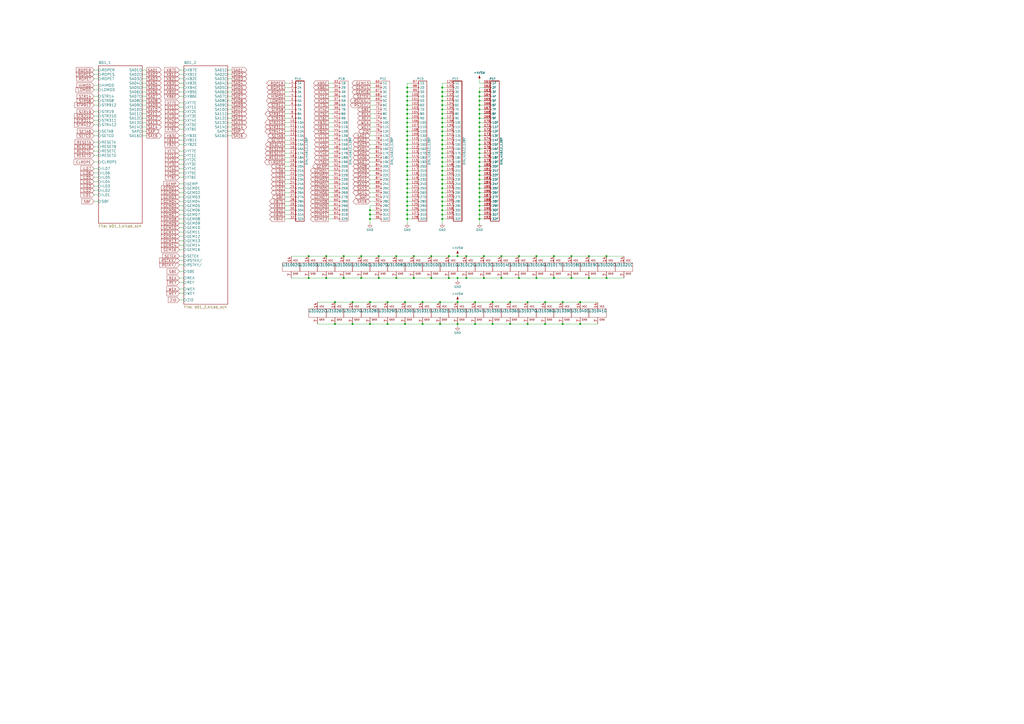
<source format=kicad_sch>
(kicad_sch (version 20211123) (generator eeschema)
  (paper "A2")
  (junction (at 204.47 187.96))
  (junction (at 236.22 66.04))
  (junction (at 351.79 161.29))
  (junction (at 236.22 55.88))
  (junction (at 265.43 175.26))
  (junction (at 189.23 148.59))
  (junction (at 285.75 187.96))
  (junction (at 236.22 60.96))
  (junction (at 224.79 175.26))
  (junction (at 256.54 101.6))
  (junction (at 219.71 148.59))
  (junction (at 256.54 96.52))
  (junction (at 234.95 175.26))
  (junction (at 256.54 68.58))
  (junction (at 300.99 148.59))
  (junction (at 256.54 50.8))
  (junction (at 265.43 161.29))
  (junction (at 256.54 109.22))
  (junction (at 278.13 83.82))
  (junction (at 255.27 175.26))
  (junction (at 236.22 73.66))
  (junction (at 179.07 148.59))
  (junction (at 321.31 148.59))
  (junction (at 209.55 161.29))
  (junction (at 194.31 187.96))
  (junction (at 285.75 175.26))
  (junction (at 256.54 99.06))
  (junction (at 278.13 106.68))
  (junction (at 236.22 50.8))
  (junction (at 256.54 111.76))
  (junction (at 214.63 121.92))
  (junction (at 278.13 55.88))
  (junction (at 229.87 161.29))
  (junction (at 260.35 148.59))
  (junction (at 199.39 148.59))
  (junction (at 236.22 81.28))
  (junction (at 351.79 148.59))
  (junction (at 256.54 91.44))
  (junction (at 336.55 175.26))
  (junction (at 278.13 101.6))
  (junction (at 256.54 106.68))
  (junction (at 278.13 60.96))
  (junction (at 270.51 148.59))
  (junction (at 278.13 68.58))
  (junction (at 236.22 93.98))
  (junction (at 278.13 93.98))
  (junction (at 311.15 161.29))
  (junction (at 275.59 175.26))
  (junction (at 278.13 91.44))
  (junction (at 295.91 175.26))
  (junction (at 341.63 148.59))
  (junction (at 236.22 124.46))
  (junction (at 214.63 127))
  (junction (at 256.54 60.96))
  (junction (at 278.13 53.34))
  (junction (at 245.11 187.96))
  (junction (at 236.22 58.42))
  (junction (at 214.63 187.96))
  (junction (at 280.67 161.29))
  (junction (at 256.54 55.88))
  (junction (at 224.79 187.96))
  (junction (at 278.13 99.06))
  (junction (at 250.19 161.29))
  (junction (at 278.13 71.12))
  (junction (at 278.13 109.22))
  (junction (at 278.13 104.14))
  (junction (at 265.43 187.96))
  (junction (at 316.23 175.26))
  (junction (at 214.63 124.46))
  (junction (at 275.59 187.96))
  (junction (at 278.13 96.52))
  (junction (at 256.54 63.5))
  (junction (at 204.47 175.26))
  (junction (at 256.54 88.9))
  (junction (at 278.13 88.9))
  (junction (at 290.83 148.59))
  (junction (at 290.83 161.29))
  (junction (at 236.22 119.38))
  (junction (at 278.13 73.66))
  (junction (at 331.47 161.29))
  (junction (at 236.22 76.2))
  (junction (at 341.63 161.29))
  (junction (at 245.11 175.26))
  (junction (at 278.13 111.76))
  (junction (at 278.13 114.3))
  (junction (at 278.13 76.2))
  (junction (at 256.54 119.38))
  (junction (at 236.22 101.6))
  (junction (at 256.54 58.42))
  (junction (at 236.22 63.5))
  (junction (at 179.07 161.29))
  (junction (at 256.54 53.34))
  (junction (at 256.54 86.36))
  (junction (at 209.55 148.59))
  (junction (at 236.22 53.34))
  (junction (at 256.54 121.92))
  (junction (at 236.22 83.82))
  (junction (at 278.13 116.84))
  (junction (at 306.07 187.96))
  (junction (at 280.67 148.59))
  (junction (at 256.54 76.2))
  (junction (at 278.13 86.36))
  (junction (at 236.22 96.52))
  (junction (at 256.54 116.84))
  (junction (at 236.22 78.74))
  (junction (at 236.22 71.12))
  (junction (at 256.54 66.04))
  (junction (at 331.47 148.59))
  (junction (at 256.54 71.12))
  (junction (at 256.54 114.3))
  (junction (at 300.99 161.29))
  (junction (at 326.39 175.26))
  (junction (at 278.13 78.74))
  (junction (at 236.22 121.92))
  (junction (at 278.13 63.5))
  (junction (at 234.95 187.96))
  (junction (at 236.22 86.36))
  (junction (at 236.22 111.76))
  (junction (at 236.22 99.06))
  (junction (at 199.39 161.29))
  (junction (at 278.13 119.38))
  (junction (at 336.55 187.96))
  (junction (at 256.54 127))
  (junction (at 194.31 175.26))
  (junction (at 189.23 161.29))
  (junction (at 316.23 187.96))
  (junction (at 270.51 161.29))
  (junction (at 278.13 81.28))
  (junction (at 236.22 109.22))
  (junction (at 219.71 161.29))
  (junction (at 278.13 124.46))
  (junction (at 256.54 104.14))
  (junction (at 260.35 161.29))
  (junction (at 278.13 66.04))
  (junction (at 236.22 114.3))
  (junction (at 240.03 161.29))
  (junction (at 256.54 78.74))
  (junction (at 236.22 88.9))
  (junction (at 250.19 148.59))
  (junction (at 236.22 116.84))
  (junction (at 240.03 148.59))
  (junction (at 236.22 91.44))
  (junction (at 255.27 187.96))
  (junction (at 326.39 187.96))
  (junction (at 306.07 175.26))
  (junction (at 321.31 161.29))
  (junction (at 256.54 73.66))
  (junction (at 278.13 58.42))
  (junction (at 236.22 127))
  (junction (at 256.54 81.28))
  (junction (at 278.13 121.92))
  (junction (at 236.22 68.58))
  (junction (at 256.54 83.82))
  (junction (at 236.22 104.14))
  (junction (at 256.54 93.98))
  (junction (at 265.43 148.59))
  (junction (at 278.13 127))
  (junction (at 229.87 148.59))
  (junction (at 214.63 175.26))
  (junction (at 295.91 187.96))
  (junction (at 236.22 106.68))
  (junction (at 311.15 148.59))
  (junction (at 256.54 124.46))
  (wire (pts (xy 256.54 63.5) (xy 256.54 66.04)))
  (wire (pts (xy 256.54 111.76) (xy 259.08 111.76)))
  (wire (pts (xy 236.22 53.34) (xy 236.22 55.88)))
  (wire (pts (xy 104.14 137.16) (xy 106.68 137.16)))
  (wire (pts (xy 165.1 116.84) (xy 167.64 116.84)))
  (wire (pts (xy 190.5 114.3) (xy 193.04 114.3)))
  (wire (pts (xy 104.14 43.18) (xy 106.68 43.18)))
  (wire (pts (xy 278.13 91.44) (xy 280.67 91.44)))
  (wire (pts (xy 236.22 58.42) (xy 238.76 58.42)))
  (wire (pts (xy 346.71 175.26) (xy 336.55 175.26)))
  (wire (pts (xy 256.54 99.06) (xy 259.08 99.06)))
  (wire (pts (xy 236.22 50.8) (xy 236.22 53.34)))
  (wire (pts (xy 85.09 68.58) (xy 82.55 68.58)))
  (wire (pts (xy 270.51 161.29) (xy 265.43 161.29)))
  (wire (pts (xy 278.13 104.14) (xy 278.13 106.68)))
  (wire (pts (xy 190.5 111.76) (xy 193.04 111.76)))
  (wire (pts (xy 256.54 58.42) (xy 259.08 58.42)))
  (wire (pts (xy 190.5 76.2) (xy 193.04 76.2)))
  (wire (pts (xy 199.39 148.59) (xy 209.55 148.59)))
  (wire (pts (xy 236.22 73.66) (xy 236.22 76.2)))
  (wire (pts (xy 54.61 76.2) (xy 57.15 76.2)))
  (wire (pts (xy 214.63 83.82) (xy 217.17 83.82)))
  (wire (pts (xy 278.13 114.3) (xy 280.67 114.3)))
  (wire (pts (xy 260.35 161.29) (xy 250.19 161.29)))
  (wire (pts (xy 104.14 111.76) (xy 106.68 111.76)))
  (wire (pts (xy 190.5 106.68) (xy 193.04 106.68)))
  (wire (pts (xy 278.13 104.14) (xy 280.67 104.14)))
  (wire (pts (xy 238.76 48.26) (xy 236.22 48.26)))
  (wire (pts (xy 165.1 101.6) (xy 167.64 101.6)))
  (wire (pts (xy 278.13 119.38) (xy 278.13 121.92)))
  (wire (pts (xy 165.1 91.44) (xy 167.64 91.44)))
  (wire (pts (xy 214.63 121.92) (xy 217.17 121.92)))
  (wire (pts (xy 265.43 189.23) (xy 265.43 187.96)))
  (wire (pts (xy 256.54 71.12) (xy 256.54 73.66)))
  (wire (pts (xy 250.19 148.59) (xy 260.35 148.59)))
  (wire (pts (xy 278.13 124.46) (xy 278.13 127)))
  (wire (pts (xy 214.63 81.28) (xy 217.17 81.28)))
  (wire (pts (xy 280.67 53.34) (xy 278.13 53.34)))
  (wire (pts (xy 278.13 93.98) (xy 278.13 96.52)))
  (wire (pts (xy 236.22 111.76) (xy 238.76 111.76)))
  (wire (pts (xy 236.22 73.66) (xy 238.76 73.66)))
  (wire (pts (xy 311.15 148.59) (xy 321.31 148.59)))
  (wire (pts (xy 236.22 93.98) (xy 238.76 93.98)))
  (wire (pts (xy 278.13 81.28) (xy 278.13 83.82)))
  (wire (pts (xy 278.13 60.96) (xy 280.67 60.96)))
  (wire (pts (xy 85.09 63.5) (xy 82.55 63.5)))
  (wire (pts (xy 285.75 187.96) (xy 295.91 187.96)))
  (wire (pts (xy 190.5 83.82) (xy 193.04 83.82)))
  (wire (pts (xy 134.62 78.74) (xy 132.08 78.74)))
  (wire (pts (xy 278.13 60.96) (xy 278.13 63.5)))
  (wire (pts (xy 331.47 148.59) (xy 341.63 148.59)))
  (wire (pts (xy 165.1 71.12) (xy 167.64 71.12)))
  (wire (pts (xy 236.22 114.3) (xy 238.76 114.3)))
  (wire (pts (xy 214.63 63.5) (xy 217.17 63.5)))
  (wire (pts (xy 104.14 48.26) (xy 106.68 48.26)))
  (wire (pts (xy 236.22 91.44) (xy 238.76 91.44)))
  (wire (pts (xy 168.91 148.59) (xy 179.07 148.59)))
  (wire (pts (xy 134.62 58.42) (xy 132.08 58.42)))
  (wire (pts (xy 190.5 50.8) (xy 193.04 50.8)))
  (wire (pts (xy 265.43 175.26) (xy 255.27 175.26)))
  (wire (pts (xy 54.61 52.07) (xy 57.15 52.07)))
  (wire (pts (xy 278.13 83.82) (xy 280.67 83.82)))
  (wire (pts (xy 236.22 109.22) (xy 236.22 111.76)))
  (wire (pts (xy 256.54 101.6) (xy 256.54 104.14)))
  (wire (pts (xy 190.5 101.6) (xy 193.04 101.6)))
  (wire (pts (xy 256.54 124.46) (xy 259.08 124.46)))
  (wire (pts (xy 214.63 106.68) (xy 217.17 106.68)))
  (wire (pts (xy 54.61 78.74) (xy 57.15 78.74)))
  (wire (pts (xy 104.14 62.23) (xy 106.68 62.23)))
  (wire (pts (xy 236.22 106.68) (xy 236.22 109.22)))
  (wire (pts (xy 278.13 58.42) (xy 278.13 60.96)))
  (wire (pts (xy 104.14 106.68) (xy 106.68 106.68)))
  (wire (pts (xy 214.63 88.9) (xy 217.17 88.9)))
  (wire (pts (xy 104.14 50.8) (xy 106.68 50.8)))
  (wire (pts (xy 306.07 175.26) (xy 295.91 175.26)))
  (wire (pts (xy 190.5 116.84) (xy 193.04 116.84)))
  (wire (pts (xy 54.61 97.79) (xy 57.15 97.79)))
  (wire (pts (xy 224.79 175.26) (xy 214.63 175.26)))
  (wire (pts (xy 54.61 105.41) (xy 57.15 105.41)))
  (wire (pts (xy 165.1 68.58) (xy 167.64 68.58)))
  (wire (pts (xy 104.14 134.62) (xy 106.68 134.62)))
  (wire (pts (xy 165.1 99.06) (xy 167.64 99.06)))
  (wire (pts (xy 236.22 66.04) (xy 238.76 66.04)))
  (wire (pts (xy 199.39 161.29) (xy 189.23 161.29)))
  (wire (pts (xy 256.54 124.46) (xy 256.54 127)))
  (wire (pts (xy 236.22 63.5) (xy 238.76 63.5)))
  (wire (pts (xy 236.22 76.2) (xy 236.22 78.74)))
  (wire (pts (xy 214.63 58.42) (xy 217.17 58.42)))
  (wire (pts (xy 321.31 148.59) (xy 331.47 148.59)))
  (wire (pts (xy 236.22 127) (xy 236.22 129.54)))
  (wire (pts (xy 256.54 73.66) (xy 259.08 73.66)))
  (wire (pts (xy 278.13 71.12) (xy 278.13 73.66)))
  (wire (pts (xy 295.91 187.96) (xy 306.07 187.96)))
  (wire (pts (xy 316.23 187.96) (xy 326.39 187.96)))
  (wire (pts (xy 190.5 55.88) (xy 193.04 55.88)))
  (wire (pts (xy 165.1 50.8) (xy 167.64 50.8)))
  (wire (pts (xy 256.54 83.82) (xy 259.08 83.82)))
  (wire (pts (xy 278.13 68.58) (xy 280.67 68.58)))
  (wire (pts (xy 190.5 91.44) (xy 193.04 91.44)))
  (wire (pts (xy 256.54 104.14) (xy 259.08 104.14)))
  (wire (pts (xy 256.54 119.38) (xy 259.08 119.38)))
  (wire (pts (xy 278.13 127) (xy 280.67 127)))
  (wire (pts (xy 245.11 187.96) (xy 255.27 187.96)))
  (wire (pts (xy 278.13 101.6) (xy 280.67 101.6)))
  (wire (pts (xy 256.54 96.52) (xy 259.08 96.52)))
  (wire (pts (xy 278.13 109.22) (xy 278.13 111.76)))
  (wire (pts (xy 104.14 170.18) (xy 106.68 170.18)))
  (wire (pts (xy 214.63 91.44) (xy 217.17 91.44)))
  (wire (pts (xy 256.54 99.06) (xy 256.54 101.6)))
  (wire (pts (xy 165.1 119.38) (xy 167.64 119.38)))
  (wire (pts (xy 236.22 71.12) (xy 236.22 73.66)))
  (wire (pts (xy 54.61 113.03) (xy 57.15 113.03)))
  (wire (pts (xy 104.14 100.33) (xy 106.68 100.33)))
  (wire (pts (xy 236.22 48.26) (xy 236.22 50.8)))
  (wire (pts (xy 259.08 50.8) (xy 256.54 50.8)))
  (wire (pts (xy 85.09 53.34) (xy 82.55 53.34)))
  (wire (pts (xy 85.09 40.64) (xy 82.55 40.64)))
  (wire (pts (xy 290.83 148.59) (xy 300.99 148.59)))
  (wire (pts (xy 214.63 99.06) (xy 217.17 99.06)))
  (wire (pts (xy 85.09 43.18) (xy 82.55 43.18)))
  (wire (pts (xy 165.1 96.52) (xy 167.64 96.52)))
  (wire (pts (xy 194.31 175.26) (xy 184.15 175.26)))
  (wire (pts (xy 256.54 83.82) (xy 256.54 86.36)))
  (wire (pts (xy 165.1 58.42) (xy 167.64 58.42)))
  (wire (pts (xy 165.1 106.68) (xy 167.64 106.68)))
  (wire (pts (xy 85.09 71.12) (xy 82.55 71.12)))
  (wire (pts (xy 214.63 124.46) (xy 217.17 124.46)))
  (wire (pts (xy 190.5 71.12) (xy 193.04 71.12)))
  (wire (pts (xy 236.22 106.68) (xy 238.76 106.68)))
  (wire (pts (xy 278.13 109.22) (xy 280.67 109.22)))
  (wire (pts (xy 236.22 83.82) (xy 238.76 83.82)))
  (wire (pts (xy 300.99 148.59) (xy 311.15 148.59)))
  (wire (pts (xy 104.14 67.31) (xy 106.68 67.31)))
  (wire (pts (xy 306.07 187.96) (xy 316.23 187.96)))
  (wire (pts (xy 85.09 45.72) (xy 82.55 45.72)))
  (wire (pts (xy 256.54 101.6) (xy 259.08 101.6)))
  (wire (pts (xy 326.39 187.96) (xy 336.55 187.96)))
  (wire (pts (xy 214.63 93.98) (xy 217.17 93.98)))
  (wire (pts (xy 265.43 187.96) (xy 275.59 187.96)))
  (wire (pts (xy 256.54 109.22) (xy 259.08 109.22)))
  (wire (pts (xy 285.75 175.26) (xy 275.59 175.26)))
  (wire (pts (xy 278.13 76.2) (xy 278.13 78.74)))
  (wire (pts (xy 54.61 85.09) (xy 57.15 85.09)))
  (wire (pts (xy 54.61 40.64) (xy 57.15 40.64)))
  (wire (pts (xy 326.39 175.26) (xy 316.23 175.26)))
  (wire (pts (xy 214.63 60.96) (xy 217.17 60.96)))
  (wire (pts (xy 54.61 72.39) (xy 57.15 72.39)))
  (wire (pts (xy 250.19 161.29) (xy 240.03 161.29)))
  (wire (pts (xy 236.22 55.88) (xy 236.22 58.42)))
  (wire (pts (xy 278.13 114.3) (xy 278.13 116.84)))
  (wire (pts (xy 331.47 161.29) (xy 321.31 161.29)))
  (wire (pts (xy 270.51 148.59) (xy 280.67 148.59)))
  (wire (pts (xy 278.13 88.9) (xy 278.13 91.44)))
  (wire (pts (xy 165.1 111.76) (xy 167.64 111.76)))
  (wire (pts (xy 54.61 60.96) (xy 57.15 60.96)))
  (wire (pts (xy 278.13 93.98) (xy 280.67 93.98)))
  (wire (pts (xy 190.5 127) (xy 193.04 127)))
  (wire (pts (xy 256.54 88.9) (xy 259.08 88.9)))
  (wire (pts (xy 256.54 114.3) (xy 256.54 116.84)))
  (wire (pts (xy 190.5 63.5) (xy 193.04 63.5)))
  (wire (pts (xy 54.61 110.49) (xy 57.15 110.49)))
  (wire (pts (xy 236.22 88.9) (xy 238.76 88.9)))
  (wire (pts (xy 104.14 132.08) (xy 106.68 132.08)))
  (wire (pts (xy 278.13 101.6) (xy 278.13 104.14)))
  (wire (pts (xy 236.22 83.82) (xy 236.22 86.36)))
  (wire (pts (xy 256.54 91.44) (xy 259.08 91.44)))
  (wire (pts (xy 190.5 104.14) (xy 193.04 104.14)))
  (wire (pts (xy 280.67 161.29) (xy 270.51 161.29)))
  (wire (pts (xy 54.61 49.53) (xy 57.15 49.53)))
  (wire (pts (xy 236.22 119.38) (xy 238.76 119.38)))
  (wire (pts (xy 165.1 66.04) (xy 167.64 66.04)))
  (wire (pts (xy 256.54 81.28) (xy 256.54 83.82)))
  (wire (pts (xy 214.63 73.66) (xy 217.17 73.66)))
  (wire (pts (xy 236.22 88.9) (xy 236.22 91.44)))
  (wire (pts (xy 104.14 173.99) (xy 106.68 173.99)))
  (wire (pts (xy 256.54 78.74) (xy 259.08 78.74)))
  (wire (pts (xy 190.5 119.38) (xy 193.04 119.38)))
  (wire (pts (xy 256.54 78.74) (xy 256.54 81.28)))
  (wire (pts (xy 236.22 109.22) (xy 238.76 109.22)))
  (wire (pts (xy 280.67 50.8) (xy 278.13 50.8)))
  (wire (pts (xy 214.63 119.38) (xy 217.17 119.38)))
  (wire (pts (xy 104.14 124.46) (xy 106.68 124.46)))
  (wire (pts (xy 54.61 43.18) (xy 57.15 43.18)))
  (wire (pts (xy 336.55 175.26) (xy 326.39 175.26)))
  (wire (pts (xy 275.59 175.26) (xy 265.43 175.26)))
  (wire (pts (xy 214.63 121.92) (xy 214.63 124.46)))
  (wire (pts (xy 236.22 86.36) (xy 236.22 88.9)))
  (wire (pts (xy 238.76 50.8) (xy 236.22 50.8)))
  (wire (pts (xy 214.63 104.14) (xy 217.17 104.14)))
  (wire (pts (xy 240.03 148.59) (xy 250.19 148.59)))
  (wire (pts (xy 190.5 88.9) (xy 193.04 88.9)))
  (wire (pts (xy 236.22 101.6) (xy 238.76 101.6)))
  (wire (pts (xy 104.14 53.34) (xy 106.68 53.34)))
  (wire (pts (xy 179.07 161.29) (xy 168.91 161.29)))
  (wire (pts (xy 240.03 161.29) (xy 229.87 161.29)))
  (wire (pts (xy 104.14 127) (xy 106.68 127)))
  (wire (pts (xy 54.61 45.72) (xy 57.15 45.72)))
  (wire (pts (xy 256.54 111.76) (xy 256.54 114.3)))
  (wire (pts (xy 278.13 121.92) (xy 278.13 124.46)))
  (wire (pts (xy 165.1 78.74) (xy 167.64 78.74)))
  (wire (pts (xy 278.13 106.68) (xy 280.67 106.68)))
  (wire (pts (xy 54.61 100.33) (xy 57.15 100.33)))
  (wire (pts (xy 104.14 95.25) (xy 106.68 95.25)))
  (wire (pts (xy 256.54 73.66) (xy 256.54 76.2)))
  (wire (pts (xy 85.09 78.74) (xy 82.55 78.74)))
  (wire (pts (xy 278.13 124.46) (xy 280.67 124.46)))
  (wire (pts (xy 256.54 121.92) (xy 259.08 121.92)))
  (wire (pts (xy 236.22 121.92) (xy 238.76 121.92)))
  (wire (pts (xy 85.09 58.42) (xy 82.55 58.42)))
  (wire (pts (xy 278.13 88.9) (xy 280.67 88.9)))
  (wire (pts (xy 190.5 68.58) (xy 193.04 68.58)))
  (wire (pts (xy 256.54 121.92) (xy 256.54 124.46)))
  (wire (pts (xy 214.63 116.84) (xy 217.17 116.84)))
  (wire (pts (xy 278.13 78.74) (xy 278.13 81.28)))
  (wire (pts (xy 165.1 86.36) (xy 167.64 86.36)))
  (wire (pts (xy 256.54 93.98) (xy 256.54 96.52)))
  (wire (pts (xy 104.14 55.88) (xy 106.68 55.88)))
  (wire (pts (xy 134.62 55.88) (xy 132.08 55.88)))
  (wire (pts (xy 256.54 71.12) (xy 259.08 71.12)))
  (wire (pts (xy 278.13 119.38) (xy 280.67 119.38)))
  (wire (pts (xy 54.61 93.98) (xy 57.15 93.98)))
  (wire (pts (xy 104.14 72.39) (xy 106.68 72.39)))
  (wire (pts (xy 236.22 66.04) (xy 236.22 68.58)))
  (wire (pts (xy 278.13 66.04) (xy 278.13 68.58)))
  (wire (pts (xy 134.62 60.96) (xy 132.08 60.96)))
  (wire (pts (xy 214.63 119.38) (xy 214.63 121.92)))
  (wire (pts (xy 278.13 73.66) (xy 278.13 76.2)))
  (wire (pts (xy 280.67 48.26) (xy 278.13 48.26)))
  (wire (pts (xy 278.13 63.5) (xy 278.13 66.04)))
  (wire (pts (xy 165.1 88.9) (xy 167.64 88.9)))
  (wire (pts (xy 54.61 116.84) (xy 57.15 116.84)))
  (wire (pts (xy 190.5 58.42) (xy 193.04 58.42)))
  (wire (pts (xy 256.54 88.9) (xy 256.54 91.44)))
  (wire (pts (xy 134.62 53.34) (xy 132.08 53.34)))
  (wire (pts (xy 259.08 48.26) (xy 256.54 48.26)))
  (wire (pts (xy 278.13 99.06) (xy 280.67 99.06)))
  (wire (pts (xy 190.5 124.46) (xy 193.04 124.46)))
  (wire (pts (xy 190.5 66.04) (xy 193.04 66.04)))
  (wire (pts (xy 214.63 71.12) (xy 217.17 71.12)))
  (wire (pts (xy 236.22 124.46) (xy 238.76 124.46)))
  (wire (pts (xy 256.54 127) (xy 259.08 127)))
  (wire (pts (xy 256.54 66.04) (xy 256.54 68.58)))
  (wire (pts (xy 278.13 99.06) (xy 278.13 101.6)))
  (wire (pts (xy 214.63 96.52) (xy 217.17 96.52)))
  (wire (pts (xy 165.1 81.28) (xy 167.64 81.28)))
  (wire (pts (xy 189.23 161.29) (xy 179.07 161.29)))
  (wire (pts (xy 278.13 111.76) (xy 280.67 111.76)))
  (wire (pts (xy 104.14 116.84) (xy 106.68 116.84)))
  (wire (pts (xy 104.14 163.83) (xy 106.68 163.83)))
  (wire (pts (xy 54.61 64.77) (xy 57.15 64.77)))
  (wire (pts (xy 236.22 68.58) (xy 236.22 71.12)))
  (wire (pts (xy 278.13 50.8) (xy 278.13 53.34)))
  (wire (pts (xy 236.22 71.12) (xy 238.76 71.12)))
  (wire (pts (xy 54.61 82.55) (xy 57.15 82.55)))
  (wire (pts (xy 256.54 109.22) (xy 256.54 111.76)))
  (wire (pts (xy 256.54 116.84) (xy 259.08 116.84)))
  (wire (pts (xy 278.13 55.88) (xy 280.67 55.88)))
  (wire (pts (xy 165.1 55.88) (xy 167.64 55.88)))
  (wire (pts (xy 278.13 71.12) (xy 280.67 71.12)))
  (wire (pts (xy 278.13 127) (xy 278.13 129.54)))
  (wire (pts (xy 104.14 144.78) (xy 106.68 144.78)))
  (wire (pts (xy 278.13 53.34) (xy 278.13 55.88)))
  (wire (pts (xy 214.63 78.74) (xy 217.17 78.74)))
  (wire (pts (xy 214.63 124.46) (xy 214.63 127)))
  (wire (pts (xy 165.1 127) (xy 167.64 127)))
  (wire (pts (xy 104.14 114.3) (xy 106.68 114.3)))
  (wire (pts (xy 104.14 90.17) (xy 106.68 90.17)))
  (wire (pts (xy 104.14 142.24) (xy 106.68 142.24)))
  (wire (pts (xy 336.55 187.96) (xy 346.71 187.96)))
  (wire (pts (xy 278.13 96.52) (xy 280.67 96.52)))
  (wire (pts (xy 351.79 161.29) (xy 341.63 161.29)))
  (wire (pts (xy 179.07 148.59) (xy 189.23 148.59)))
  (wire (pts (xy 104.14 78.74) (xy 106.68 78.74)))
  (wire (pts (xy 165.1 121.92) (xy 167.64 121.92)))
  (wire (pts (xy 255.27 175.26) (xy 245.11 175.26)))
  (wire (pts (xy 236.22 60.96) (xy 238.76 60.96)))
  (wire (pts (xy 209.55 148.59) (xy 219.71 148.59)))
  (wire (pts (xy 214.63 127) (xy 217.17 127)))
  (wire (pts (xy 214.63 68.58) (xy 217.17 68.58)))
  (wire (pts (xy 236.22 78.74) (xy 238.76 78.74)))
  (wire (pts (xy 236.22 101.6) (xy 236.22 104.14)))
  (wire (pts (xy 134.62 50.8) (xy 132.08 50.8)))
  (wire (pts (xy 278.13 78.74) (xy 280.67 78.74)))
  (wire (pts (xy 236.22 116.84) (xy 238.76 116.84)))
  (wire (pts (xy 214.63 53.34) (xy 217.17 53.34)))
  (wire (pts (xy 190.5 93.98) (xy 193.04 93.98)))
  (wire (pts (xy 214.63 86.36) (xy 217.17 86.36)))
  (wire (pts (xy 214.63 187.96) (xy 224.79 187.96)))
  (wire (pts (xy 256.54 60.96) (xy 256.54 63.5)))
  (wire (pts (xy 278.13 83.82) (xy 278.13 86.36)))
  (wire (pts (xy 256.54 86.36) (xy 259.08 86.36)))
  (wire (pts (xy 341.63 148.59) (xy 351.79 148.59)))
  (wire (pts (xy 278.13 55.88) (xy 278.13 58.42)))
  (wire (pts (xy 236.22 81.28) (xy 238.76 81.28)))
  (wire (pts (xy 134.62 68.58) (xy 132.08 68.58)))
  (wire (pts (xy 278.13 121.92) (xy 280.67 121.92)))
  (wire (pts (xy 54.61 69.85) (xy 57.15 69.85)))
  (wire (pts (xy 256.54 104.14) (xy 256.54 106.68)))
  (wire (pts (xy 236.22 104.14) (xy 236.22 106.68)))
  (wire (pts (xy 236.22 63.5) (xy 236.22 66.04)))
  (wire (pts (xy 104.14 45.72) (xy 106.68 45.72)))
  (wire (pts (xy 256.54 116.84) (xy 256.54 119.38)))
  (wire (pts (xy 85.09 48.26) (xy 82.55 48.26)))
  (wire (pts (xy 165.1 124.46) (xy 167.64 124.46)))
  (wire (pts (xy 311.15 161.29) (xy 300.99 161.29)))
  (wire (pts (xy 290.83 161.29) (xy 280.67 161.29)))
  (wire (pts (xy 104.14 81.28) (xy 106.68 81.28)))
  (wire (pts (xy 229.87 161.29) (xy 219.71 161.29)))
  (wire (pts (xy 104.14 69.85) (xy 106.68 69.85)))
  (wire (pts (xy 85.09 66.04) (xy 82.55 66.04)))
  (wire (pts (xy 278.13 116.84) (xy 280.67 116.84)))
  (wire (pts (xy 236.22 78.74) (xy 236.22 81.28)))
  (wire (pts (xy 278.13 96.52) (xy 278.13 99.06)))
  (wire (pts (xy 265.43 161.29) (xy 260.35 161.29)))
  (wire (pts (xy 85.09 50.8) (xy 82.55 50.8)))
  (wire (pts (xy 104.14 74.93) (xy 106.68 74.93)))
  (wire (pts (xy 236.22 68.58) (xy 238.76 68.58)))
  (wire (pts (xy 256.54 93.98) (xy 259.08 93.98)))
  (wire (pts (xy 265.43 162.56) (xy 265.43 161.29)))
  (wire (pts (xy 104.14 139.7) (xy 106.68 139.7)))
  (wire (pts (xy 104.14 97.79) (xy 106.68 97.79)))
  (wire (pts (xy 236.22 104.14) (xy 238.76 104.14)))
  (wire (pts (xy 255.27 187.96) (xy 265.43 187.96)))
  (wire (pts (xy 54.61 58.42) (xy 57.15 58.42)))
  (wire (pts (xy 214.63 66.04) (xy 217.17 66.04)))
  (wire (pts (xy 85.09 60.96) (xy 82.55 60.96)))
  (wire (pts (xy 256.54 127) (xy 256.54 129.54)))
  (wire (pts (xy 278.13 48.26) (xy 278.13 45.72)))
  (wire (pts (xy 190.5 121.92) (xy 193.04 121.92)))
  (wire (pts (xy 204.47 187.96) (xy 214.63 187.96)))
  (wire (pts (xy 104.14 167.64) (xy 106.68 167.64)))
  (wire (pts (xy 278.13 91.44) (xy 278.13 93.98)))
  (wire (pts (xy 134.62 43.18) (xy 132.08 43.18)))
  (wire (pts (xy 104.14 87.63) (xy 106.68 87.63)))
  (wire (pts (xy 54.61 55.88) (xy 57.15 55.88)))
  (wire (pts (xy 300.99 161.29) (xy 290.83 161.29)))
  (wire (pts (xy 190.5 81.28) (xy 193.04 81.28)))
  (wire (pts (xy 190.5 86.36) (xy 193.04 86.36)))
  (wire (pts (xy 165.1 63.5) (xy 167.64 63.5)))
  (wire (pts (xy 219.71 148.59) (xy 229.87 148.59)))
  (wire (pts (xy 190.5 78.74) (xy 193.04 78.74)))
  (wire (pts (xy 236.22 81.28) (xy 236.22 83.82)))
  (wire (pts (xy 316.23 175.26) (xy 306.07 175.26)))
  (wire (pts (xy 256.54 55.88) (xy 259.08 55.88)))
  (wire (pts (xy 260.35 148.59) (xy 265.43 148.59)))
  (wire (pts (xy 190.5 48.26) (xy 193.04 48.26)))
  (wire (pts (xy 256.54 114.3) (xy 259.08 114.3)))
  (wire (pts (xy 256.54 48.26) (xy 256.54 50.8)))
  (wire (pts (xy 236.22 99.06) (xy 236.22 101.6)))
  (wire (pts (xy 165.1 60.96) (xy 167.64 60.96)))
  (wire (pts (xy 209.55 161.29) (xy 199.39 161.29)))
  (wire (pts (xy 236.22 96.52) (xy 238.76 96.52)))
  (wire (pts (xy 256.54 63.5) (xy 259.08 63.5)))
  (wire (pts (xy 165.1 76.2) (xy 167.64 76.2)))
  (wire (pts (xy 214.63 114.3) (xy 217.17 114.3)))
  (wire (pts (xy 245.11 175.26) (xy 234.95 175.26)))
  (wire (pts (xy 256.54 81.28) (xy 259.08 81.28)))
  (wire (pts (xy 54.61 87.63) (xy 57.15 87.63)))
  (wire (pts (xy 54.61 107.95) (xy 57.15 107.95)))
  (wire (pts (xy 104.14 121.92) (xy 106.68 121.92)))
  (wire (pts (xy 256.54 58.42) (xy 256.54 60.96)))
  (wire (pts (xy 234.95 175.26) (xy 224.79 175.26)))
  (wire (pts (xy 278.13 86.36) (xy 278.13 88.9)))
  (wire (pts (xy 165.1 109.22) (xy 167.64 109.22)))
  (wire (pts (xy 256.54 76.2) (xy 259.08 76.2)))
  (wire (pts (xy 134.62 73.66) (xy 132.08 73.66)))
  (wire (pts (xy 278.13 86.36) (xy 280.67 86.36)))
  (wire (pts (xy 104.14 40.64) (xy 106.68 40.64)))
  (wire (pts (xy 236.22 119.38) (xy 236.22 121.92)))
  (wire (pts (xy 256.54 55.88) (xy 256.54 58.42)))
  (wire (pts (xy 341.63 161.29) (xy 331.47 161.29)))
  (wire (pts (xy 229.87 148.59) (xy 240.03 148.59)))
  (wire (pts (xy 54.61 102.87) (xy 57.15 102.87)))
  (wire (pts (xy 104.14 92.71) (xy 106.68 92.71)))
  (wire (pts (xy 104.14 161.29) (xy 106.68 161.29)))
  (wire (pts (xy 278.13 73.66) (xy 280.67 73.66)))
  (wire (pts (xy 278.13 66.04) (xy 280.67 66.04)))
  (wire (pts (xy 184.15 187.96) (xy 194.31 187.96)))
  (wire (pts (xy 236.22 121.92) (xy 236.22 124.46)))
  (wire (pts (xy 85.09 76.2) (xy 82.55 76.2)))
  (wire (pts (xy 278.13 63.5) (xy 280.67 63.5)))
  (wire (pts (xy 256.54 68.58) (xy 259.08 68.58)))
  (wire (pts (xy 134.62 66.04) (xy 132.08 66.04)))
  (wire (pts (xy 214.63 127) (xy 214.63 129.54)))
  (wire (pts (xy 104.14 151.13) (xy 106.68 151.13)))
  (wire (pts (xy 214.63 50.8) (xy 217.17 50.8)))
  (wire (pts (xy 265.43 173.99) (xy 265.43 175.26)))
  (wire (pts (xy 256.54 106.68) (xy 259.08 106.68)))
  (wire (pts (xy 236.22 127) (xy 238.76 127)))
  (wire (pts (xy 236.22 116.84) (xy 236.22 119.38)))
  (wire (pts (xy 236.22 96.52) (xy 236.22 99.06)))
  (wire (pts (xy 214.63 55.88) (xy 217.17 55.88)))
  (wire (pts (xy 234.95 187.96) (xy 245.11 187.96)))
  (wire (pts (xy 236.22 93.98) (xy 236.22 96.52)))
  (wire (pts (xy 134.62 71.12) (xy 132.08 71.12)))
  (wire (pts (xy 280.67 148.59) (xy 290.83 148.59)))
  (wire (pts (xy 256.54 106.68) (xy 256.54 109.22)))
  (wire (pts (xy 236.22 86.36) (xy 238.76 86.36)))
  (wire (pts (xy 134.62 40.64) (xy 132.08 40.64)))
  (wire (pts (xy 190.5 99.06) (xy 193.04 99.06)))
  (wire (pts (xy 265.43 148.59) (xy 270.51 148.59)))
  (wire (pts (xy 165.1 73.66) (xy 167.64 73.66)))
  (wire (pts (xy 236.22 55.88) (xy 238.76 55.88)))
  (wire (pts (xy 219.71 161.29) (xy 209.55 161.29)))
  (wire (pts (xy 190.5 73.66) (xy 193.04 73.66)))
  (wire (pts (xy 278.13 58.42) (xy 280.67 58.42)))
  (wire (pts (xy 295.91 175.26) (xy 285.75 175.26)))
  (wire (pts (xy 224.79 187.96) (xy 234.95 187.96)))
  (wire (pts (xy 54.61 90.17) (xy 57.15 90.17)))
  (wire (pts (xy 256.54 53.34) (xy 256.54 55.88)))
  (wire (pts (xy 104.14 148.59) (xy 106.68 148.59)))
  (wire (pts (xy 236.22 111.76) (xy 236.22 114.3)))
  (wire (pts (xy 236.22 60.96) (xy 236.22 63.5)))
  (wire (pts (xy 134.62 63.5) (xy 132.08 63.5)))
  (wire (pts (xy 214.63 48.26) (xy 217.17 48.26)))
  (wire (pts (xy 85.09 73.66) (xy 82.55 73.66)))
  (wire (pts (xy 85.09 55.88) (xy 82.55 55.88)))
  (wire (pts (xy 361.95 161.29) (xy 351.79 161.29)))
  (wire (pts (xy 104.14 83.82) (xy 106.68 83.82)))
  (wire (pts (xy 190.5 60.96) (xy 193.04 60.96)))
  (wire (pts (xy 104.14 109.22) (xy 106.68 109.22)))
  (wire (pts (xy 104.14 157.48) (xy 106.68 157.48)))
  (wire (pts (xy 165.1 48.26) (xy 167.64 48.26)))
  (wire (pts (xy 214.63 76.2) (xy 217.17 76.2)))
  (wire (pts (xy 256.54 53.34) (xy 259.08 53.34)))
  (wire (pts (xy 236.22 53.34) (xy 238.76 53.34)))
  (wire (pts (xy 321.31 161.29) (xy 311.15 161.29)))
  (wire (pts (xy 256.54 50.8) (xy 256.54 53.34)))
  (wire (pts (xy 278.13 68.58) (xy 278.13 71.12)))
  (wire (pts (xy 214.63 109.22) (xy 217.17 109.22)))
  (wire (pts (xy 194.31 187.96) (xy 204.47 187.96)))
  (wire (pts (xy 236.22 99.06) (xy 238.76 99.06)))
  (wire (pts (xy 104.14 102.87) (xy 106.68 102.87)))
  (wire (pts (xy 278.13 106.68) (xy 278.13 109.22)))
  (wire (pts (xy 256.54 60.96) (xy 259.08 60.96)))
  (wire (pts (xy 278.13 116.84) (xy 278.13 119.38)))
  (wire (pts (xy 134.62 45.72) (xy 132.08 45.72)))
  (wire (pts (xy 236.22 91.44) (xy 236.22 93.98)))
  (wire (pts (xy 214.63 111.76) (xy 217.17 111.76)))
  (wire (pts (xy 265.43 147.32) (xy 265.43 148.59)))
  (wire (pts (xy 236.22 114.3) (xy 236.22 116.84)))
  (wire (pts (xy 256.54 86.36) (xy 256.54 88.9)))
  (wire (pts (xy 236.22 76.2) (xy 238.76 76.2)))
  (wire (pts (xy 256.54 119.38) (xy 256.54 121.92)))
  (wire (pts (xy 190.5 109.22) (xy 193.04 109.22)))
  (wire (pts (xy 104.14 153.67) (xy 106.68 153.67)))
  (wire (pts (xy 134.62 76.2) (xy 132.08 76.2)))
  (wire (pts (xy 134.62 48.26) (xy 132.08 48.26)))
  (wire (pts (xy 104.14 59.69) (xy 106.68 59.69)))
  (wire (pts (xy 165.1 114.3) (xy 167.64 114.3)))
  (wire (pts (xy 189.23 148.59) (xy 199.39 148.59)))
  (wire (pts (xy 165.1 104.14) (xy 167.64 104.14)))
  (wire (pts (xy 190.5 96.52) (xy 193.04 96.52)))
  (wire (pts (xy 278.13 111.76) (xy 278.13 114.3)))
  (wire (pts (xy 236.22 124.46) (xy 236.22 127)))
  (wire (pts (xy 104.14 129.54) (xy 106.68 129.54)))
  (wire (pts (xy 204.47 175.26) (xy 194.31 175.26)))
  (wire (pts (xy 256.54 66.04) (xy 259.08 66.04)))
  (wire (pts (xy 190.5 53.34) (xy 193.04 53.34)))
  (wire (pts (xy 104.14 119.38) (xy 106.68 119.38)))
  (wire (pts (xy 275.59 187.96) (xy 285.75 187.96)))
  (wire (pts (xy 165.1 83.82) (xy 167.64 83.82)))
  (wire (pts (xy 214.63 175.26) (xy 204.47 175.26)))
  (wire (pts (xy 351.79 148.59) (xy 361.95 148.59)))
  (wire (pts (xy 104.14 64.77) (xy 106.68 64.77)))
  (wire (pts (xy 214.63 101.6) (xy 217.17 101.6)))
  (wire (pts (xy 256.54 68.58) (xy 256.54 71.12)))
  (wire (pts (xy 256.54 91.44) (xy 256.54 93.98)))
  (wire (pts (xy 278.13 81.28) (xy 280.67 81.28)))
  (wire (pts (xy 54.61 67.31) (xy 57.15 67.31)))
  (wire (pts (xy 278.13 76.2) (xy 280.67 76.2)))
  (wire (pts (xy 165.1 93.98) (xy 167.64 93.98)))
  (wire (pts (xy 236.22 58.42) (xy 236.22 60.96)))
  (wire (pts (xy 165.1 53.34) (xy 167.64 53.34)))
  (wire (pts (xy 256.54 96.52) (xy 256.54 99.06)))
  (wire (pts (xy 256.54 76.2) (xy 256.54 78.74)))
  (global_label "STR412" (shape input) (at 54.61 72.39 180) (effects (font (size 1.524 1.524))) (property "Referenzen zwischen Schaltplänen" "${INTERSHEET_REFS}" (effects hide)))
  (global_label "REX" (shape input) (at 104.14 161.29 180) (effects (font (size 1.524 1.524))) (property "Referenzen zwischen Schaltplänen" "${INTERSHEET_REFS}" (effects hide)))
  (global_label "XB3E" (shape output) (at 165.1 124.46 180) (effects (font (size 1.524 1.524))) (property "Referenzen zwischen Schaltplänen" "${INTERSHEET_REFS}" (effects hide)))
  (global_label "GEM10" (shape input) (at 104.14 132.08 180) (effects (font (size 1.524 1.524))) (property "Referenzen zwischen Schaltplänen" "${INTERSHEET_REFS}" (effects hide)))
  (global_label "SA01" (shape output) (at 85.09 40.64 0) (effects (font (size 1.524 1.524))) (property "Referenzen zwischen Schaltplänen" "${INTERSHEET_REFS}" (effects hide)))
  (global_label "ROPES" (shape input) (at 54.61 43.18 180) (effects (font (size 1.524 1.524))) (property "Referenzen zwischen Schaltplänen" "${INTERSHEET_REFS}" (effects hide)))
  (global_label "HIMOD" (shape output) (at 165.1 55.88 180) (effects (font (size 1.524 1.524))) (property "Referenzen zwischen Schaltplänen" "${INTERSHEET_REFS}" (effects hide)))
  (global_label "IL05" (shape input) (at 54.61 102.87 180) (effects (font (size 1.524 1.524))) (property "Referenzen zwischen Schaltplänen" "${INTERSHEET_REFS}" (effects hide)))
  (global_label "IL01" (shape input) (at 54.61 113.03 180) (effects (font (size 1.524 1.524))) (property "Referenzen zwischen Schaltplänen" "${INTERSHEET_REFS}" (effects hide)))
  (global_label "SA12" (shape output) (at 134.62 68.58 0) (effects (font (size 1.524 1.524))) (property "Referenzen zwischen Schaltplänen" "${INTERSHEET_REFS}" (effects hide)))
  (global_label "XB5E" (shape output) (at 190.5 48.26 180) (effects (font (size 1.524 1.524))) (property "Referenzen zwischen Schaltplänen" "${INTERSHEET_REFS}" (effects hide)))
  (global_label "GEM16" (shape input) (at 104.14 144.78 180) (effects (font (size 1.524 1.524))) (property "Referenzen zwischen Schaltplänen" "${INTERSHEET_REFS}" (effects hide)))
  (global_label "RESETA" (shape output) (at 165.1 83.82 180) (effects (font (size 1.524 1.524))) (property "Referenzen zwischen Schaltplänen" "${INTERSHEET_REFS}" (effects hide)))
  (global_label "GEM01" (shape output) (at 190.5 99.06 180) (effects (font (size 1.524 1.524))) (property "Referenzen zwischen Schaltplänen" "${INTERSHEET_REFS}" (effects hide)))
  (global_label "YT2E" (shape output) (at 190.5 83.82 180) (effects (font (size 1.524 1.524))) (property "Referenzen zwischen Schaltplänen" "${INTERSHEET_REFS}" (effects hide)))
  (global_label "XB6E" (shape input) (at 104.14 55.88 180) (effects (font (size 1.524 1.524))) (property "Referenzen zwischen Schaltplänen" "${INTERSHEET_REFS}" (effects hide)))
  (global_label "HIMOD" (shape input) (at 54.61 49.53 180) (effects (font (size 1.524 1.524))) (property "Referenzen zwischen Schaltplänen" "${INTERSHEET_REFS}" (effects hide)))
  (global_label "STR311" (shape output) (at 165.1 73.66 180) (effects (font (size 1.524 1.524))) (property "Referenzen zwischen Schaltplänen" "${INTERSHEET_REFS}" (effects hide)))
  (global_label "XT4E" (shape output) (at 190.5 63.5 180) (effects (font (size 1.524 1.524))) (property "Referenzen zwischen Schaltplänen" "${INTERSHEET_REFS}" (effects hide)))
  (global_label "SA13" (shape bidirectional) (at 214.63 109.22 180) (effects (font (size 1.524 1.524))) (property "Referenzen zwischen Schaltplänen" "${INTERSHEET_REFS}" (effects hide)))
  (global_label "GEM12" (shape input) (at 104.14 137.16 180) (effects (font (size 1.524 1.524))) (property "Referenzen zwischen Schaltplänen" "${INTERSHEET_REFS}" (effects hide)))
  (global_label "SA02" (shape bidirectional) (at 214.63 81.28 180) (effects (font (size 1.524 1.524))) (property "Referenzen zwischen Schaltplänen" "${INTERSHEET_REFS}" (effects hide)))
  (global_label "XT6E" (shape input) (at 104.14 74.93 180) (effects (font (size 1.524 1.524))) (property "Referenzen zwischen Schaltplänen" "${INTERSHEET_REFS}" (effects hide)))
  (global_label "SA02" (shape output) (at 85.09 43.18 0) (effects (font (size 1.524 1.524))) (property "Referenzen zwischen Schaltplänen" "${INTERSHEET_REFS}" (effects hide)))
  (global_label "YT6E" (shape input) (at 104.14 102.87 180) (effects (font (size 1.524 1.524))) (property "Referenzen zwischen Schaltplänen" "${INTERSHEET_REFS}" (effects hide)))
  (global_label "YT4E" (shape output) (at 190.5 88.9 180) (effects (font (size 1.524 1.524))) (property "Referenzen zwischen Schaltplänen" "${INTERSHEET_REFS}" (effects hide)))
  (global_label "YT4E" (shape input) (at 104.14 97.79 180) (effects (font (size 1.524 1.524))) (property "Referenzen zwischen Schaltplänen" "${INTERSHEET_REFS}" (effects hide)))
  (global_label "STR912" (shape output) (at 165.1 66.04 180) (effects (font (size 1.524 1.524))) (property "Referenzen zwischen Schaltplänen" "${INTERSHEET_REFS}" (effects hide)))
  (global_label "LOMOD" (shape input) (at 54.61 52.07 180) (effects (font (size 1.524 1.524))) (property "Referenzen zwischen Schaltplänen" "${INTERSHEET_REFS}" (effects hide)))
  (global_label "GEM01" (shape input) (at 104.14 109.22 180) (effects (font (size 1.524 1.524))) (property "Referenzen zwischen Schaltplänen" "${INTERSHEET_REFS}" (effects hide)))
  (global_label "STR412" (shape output) (at 165.1 76.2 180) (effects (font (size 1.524 1.524))) (property "Referenzen zwischen Schaltplänen" "${INTERSHEET_REFS}" (effects hide)))
  (global_label "SA14" (shape output) (at 134.62 73.66 0) (effects (font (size 1.524 1.524))) (property "Referenzen zwischen Schaltplänen" "${INTERSHEET_REFS}" (effects hide)))
  (global_label "GEM03" (shape input) (at 104.14 114.3 180) (effects (font (size 1.524 1.524))) (property "Referenzen zwischen Schaltplänen" "${INTERSHEET_REFS}" (effects hide)))
  (global_label "XT5E" (shape output) (at 190.5 66.04 180) (effects (font (size 1.524 1.524))) (property "Referenzen zwischen Schaltplänen" "${INTERSHEET_REFS}" (effects hide)))
  (global_label "SA10" (shape output) (at 134.62 63.5 0) (effects (font (size 1.524 1.524))) (property "Referenzen zwischen Schaltplänen" "${INTERSHEET_REFS}" (effects hide)))
  (global_label "GEM08" (shape input) (at 104.14 127 180) (effects (font (size 1.524 1.524))) (property "Referenzen zwischen Schaltplänen" "${INTERSHEET_REFS}" (effects hide)))
  (global_label "ROPER" (shape input) (at 54.61 40.64 180) (effects (font (size 1.524 1.524))) (property "Referenzen zwischen Schaltplänen" "${INTERSHEET_REFS}" (effects hide)))
  (global_label "SA09" (shape bidirectional) (at 214.63 99.06 180) (effects (font (size 1.524 1.524))) (property "Referenzen zwischen Schaltplänen" "${INTERSHEET_REFS}" (effects hide)))
  (global_label "GEM08" (shape output) (at 190.5 116.84 180) (effects (font (size 1.524 1.524))) (property "Referenzen zwischen Schaltplänen" "${INTERSHEET_REFS}" (effects hide)))
  (global_label "SA08" (shape bidirectional) (at 214.63 96.52 180) (effects (font (size 1.524 1.524))) (property "Referenzen zwischen Schaltplänen" "${INTERSHEET_REFS}" (effects hide)))
  (global_label "SETAB" (shape input) (at 54.61 76.2 180) (effects (font (size 1.524 1.524))) (property "Referenzen zwischen Schaltplänen" "${INTERSHEET_REFS}" (effects hide)))
  (global_label "SBF" (shape output) (at 165.1 114.3 180) (effects (font (size 1.524 1.524))) (property "Referenzen zwischen Schaltplänen" "${INTERSHEET_REFS}" (effects hide)))
  (global_label "LOMOD" (shape output) (at 165.1 58.42 180) (effects (font (size 1.524 1.524))) (property "Referenzen zwischen Schaltplänen" "${INTERSHEET_REFS}" (effects hide)))
  (global_label "XT6E" (shape output) (at 190.5 68.58 180) (effects (font (size 1.524 1.524))) (property "Referenzen zwischen Schaltplänen" "${INTERSHEET_REFS}" (effects hide)))
  (global_label "SA11" (shape bidirectional) (at 214.63 104.14 180) (effects (font (size 1.524 1.524))) (property "Referenzen zwischen Schaltplänen" "${INTERSHEET_REFS}" (effects hide)))
  (global_label "SA14" (shape bidirectional) (at 214.63 111.76 180) (effects (font (size 1.524 1.524))) (property "Referenzen zwischen Schaltplänen" "${INTERSHEET_REFS}" (effects hide)))
  (global_label "GEM09" (shape input) (at 104.14 129.54 180) (effects (font (size 1.524 1.524))) (property "Referenzen zwischen Schaltplänen" "${INTERSHEET_REFS}" (effects hide)))
  (global_label "SA01" (shape output) (at 134.62 40.64 0) (effects (font (size 1.524 1.524))) (property "Referenzen zwischen Schaltplänen" "${INTERSHEET_REFS}" (effects hide)))
  (global_label "IL06" (shape output) (at 165.1 99.06 180) (effects (font (size 1.524 1.524))) (property "Referenzen zwischen Schaltplänen" "${INTERSHEET_REFS}" (effects hide)))
  (global_label "RESETB" (shape output) (at 165.1 86.36 180) (effects (font (size 1.524 1.524))) (property "Referenzen zwischen Schaltplänen" "${INTERSHEET_REFS}" (effects hide)))
  (global_label "CLROPE" (shape input) (at 54.61 93.98 180) (effects (font (size 1.524 1.524))) (property "Referenzen zwischen Schaltplänen" "${INTERSHEET_REFS}" (effects hide)))
  (global_label "SA14" (shape output) (at 85.09 73.66 0) (effects (font (size 1.524 1.524))) (property "Referenzen zwischen Schaltplänen" "${INTERSHEET_REFS}" (effects hide)))
  (global_label "SA09" (shape output) (at 85.09 60.96 0) (effects (font (size 1.524 1.524))) (property "Referenzen zwischen Schaltplänen" "${INTERSHEET_REFS}" (effects hide)))
  (global_label "RESETC" (shape output) (at 165.1 88.9 180) (effects (font (size 1.524 1.524))) (property "Referenzen zwischen Schaltplänen" "${INTERSHEET_REFS}" (effects hide)))
  (global_label "SA10" (shape bidirectional) (at 214.63 101.6 180) (effects (font (size 1.524 1.524))) (property "Referenzen zwischen Schaltplänen" "${INTERSHEET_REFS}" (effects hide)))
  (global_label "SA12" (shape output) (at 85.09 68.58 0) (effects (font (size 1.524 1.524))) (property "Referenzen zwischen Schaltplänen" "${INTERSHEET_REFS}" (effects hide)))
  (global_label "REY" (shape input) (at 104.14 163.83 180) (effects (font (size 1.524 1.524))) (property "Referenzen zwischen Schaltplänen" "${INTERSHEET_REFS}" (effects hide)))
  (global_label "SA06" (shape output) (at 134.62 53.34 0) (effects (font (size 1.524 1.524))) (property "Referenzen zwischen Schaltplänen" "${INTERSHEET_REFS}" (effects hide)))
  (global_label "GEM04" (shape output) (at 190.5 106.68 180) (effects (font (size 1.524 1.524))) (property "Referenzen zwischen Schaltplänen" "${INTERSHEET_REFS}" (effects hide)))
  (global_label "YT2E" (shape input) (at 104.14 92.71 180) (effects (font (size 1.524 1.524))) (property "Referenzen zwischen Schaltplänen" "${INTERSHEET_REFS}" (effects hide)))
  (global_label "GEM11" (shape output) (at 190.5 124.46 180) (effects (font (size 1.524 1.524))) (property "Referenzen zwischen Schaltplänen" "${INTERSHEET_REFS}" (effects hide)))
  (global_label "XT4E" (shape input) (at 104.14 69.85 180) (effects (font (size 1.524 1.524))) (property "Referenzen zwischen Schaltplänen" "${INTERSHEET_REFS}" (effects hide)))
  (global_label "SETEK" (shape output) (at 214.63 55.88 180) (effects (font (size 1.524 1.524))) (property "Referenzen zwischen Schaltplänen" "${INTERSHEET_REFS}" (effects hide)))
  (global_label "IL02" (shape input) (at 54.61 110.49 180) (effects (font (size 1.524 1.524))) (property "Referenzen zwischen Schaltplänen" "${INTERSHEET_REFS}" (effects hide)))
  (global_label "RESETA" (shape input) (at 54.61 82.55 180) (effects (font (size 1.524 1.524))) (property "Referenzen zwischen Schaltplänen" "${INTERSHEET_REFS}" (effects hide)))
  (global_label "XB7E" (shape input) (at 104.14 40.64 180) (effects (font (size 1.524 1.524))) (property "Referenzen zwischen Schaltplänen" "${INTERSHEET_REFS}" (effects hide)))
  (global_label "ROPES" (shape output) (at 165.1 50.8 180) (effects (font (size 1.524 1.524))) (property "Referenzen zwischen Schaltplänen" "${INTERSHEET_REFS}" (effects hide)))
  (global_label "IL03" (shape input) (at 54.61 107.95 180) (effects (font (size 1.524 1.524))) (property "Referenzen zwischen Schaltplänen" "${INTERSHEET_REFS}" (effects hide)))
  (global_label "SETEK" (shape input) (at 104.14 148.59 180) (effects (font (size 1.524 1.524))) (property "Referenzen zwischen Schaltplänen" "${INTERSHEET_REFS}" (effects hide)))
  (global_label "RSTKX/" (shape output) (at 214.63 58.42 180) (effects (font (size 1.524 1.524))) (property "Referenzen zwischen Schaltplänen" "${INTERSHEET_REFS}" (effects hide)))
  (global_label "GEM03" (shape output) (at 190.5 104.14 180) (effects (font (size 1.524 1.524))) (property "Referenzen zwischen Schaltplänen" "${INTERSHEET_REFS}" (effects hide)))
  (global_label "SA04" (shape output) (at 85.09 48.26 0) (effects (font (size 1.524 1.524))) (property "Referenzen zwischen Schaltplänen" "${INTERSHEET_REFS}" (effects hide)))
  (global_label "XB4E" (shape input) (at 104.14 50.8 180) (effects (font (size 1.524 1.524))) (property "Referenzen zwischen Schaltplänen" "${INTERSHEET_REFS}" (effects hide)))
  (global_label "GEM13" (shape output) (at 214.63 48.26 180) (effects (font (size 1.524 1.524))) (property "Referenzen zwischen Schaltplänen" "${INTERSHEET_REFS}" (effects hide)))
  (global_label "IL01" (shape output) (at 165.1 111.76 180) (effects (font (size 1.524 1.524))) (property "Referenzen zwischen Schaltplänen" "${INTERSHEET_REFS}" (effects hide)))
  (global_label "GEM07" (shape input) (at 104.14 124.46 180) (effects (font (size 1.524 1.524))) (property "Referenzen zwischen Schaltplänen" "${INTERSHEET_REFS}" (effects hide)))
  (global_label "SA07" (shape bidirectional) (at 214.63 93.98 180) (effects (font (size 1.524 1.524))) (property "Referenzen zwischen Schaltplänen" "${INTERSHEET_REFS}" (effects hide)))
  (global_label "XT7E" (shape output) (at 190.5 53.34 180) (effects (font (size 1.524 1.524))) (property "Referenzen zwischen Schaltplänen" "${INTERSHEET_REFS}" (effects hide)))
  (global_label "STR14" (shape input) (at 54.61 55.88 180) (effects (font (size 1.524 1.524))) (property "Referenzen zwischen Schaltplänen" "${INTERSHEET_REFS}" (effects hide)))
  (global_label "SETCD" (shape input) (at 54.61 78.74 180) (effects (font (size 1.524 1.524))) (property "Referenzen zwischen Schaltplänen" "${INTERSHEET_REFS}" (effects hide)))
  (global_label "ROPET" (shape input) (at 54.61 45.72 180) (effects (font (size 1.524 1.524))) (property "Referenzen zwischen Schaltplänen" "${INTERSHEET_REFS}" (effects hide)))
  (global_label "XT3E" (shape input) (at 104.14 67.31 180) (effects (font (size 1.524 1.524))) (property "Referenzen zwischen Schaltplänen" "${INTERSHEET_REFS}" (effects hide)))
  (global_label "SA07" (shape output) (at 85.09 55.88 0) (effects (font (size 1.524 1.524))) (property "Referenzen zwischen Schaltplänen" "${INTERSHEET_REFS}" (effects hide)))
  (global_label "YB1E" (shape output) (at 190.5 73.66 180) (effects (font (size 1.524 1.524))) (property "Referenzen zwischen Schaltplänen" "${INTERSHEET_REFS}" (effects hide)))
  (global_label "RESETD" (shape input) (at 54.61 90.17 180) (effects (font (size 1.524 1.524))) (property "Referenzen zwischen Schaltplänen" "${INTERSHEET_REFS}" (effects hide)))
  (global_label "SA08" (shape output) (at 134.62 58.42 0) (effects (font (size 1.524 1.524))) (property "Referenzen zwischen Schaltplänen" "${INTERSHEET_REFS}" (effects hide)))
  (global_label "GEMP" (shape input) (at 104.14 106.68 180) (effects (font (size 1.524 1.524))) (property "Referenzen zwischen Schaltplänen" "${INTERSHEET_REFS}" (effects hide)))
  (global_label "REY" (shape output) (at 214.63 68.58 180) (effects (font (size 1.524 1.524))) (property "Referenzen zwischen Schaltplänen" "${INTERSHEET_REFS}" (effects hide)))
  (global_label "SAP" (shape output) (at 134.62 76.2 0) (effects (font (size 1.524 1.524))) (property "Referenzen zwischen Schaltplänen" "${INTERSHEET_REFS}" (effects hide)))
  (global_label "XB3E" (shape input) (at 104.14 48.26 180) (effects (font (size 1.524 1.524))) (property "Referenzen zwischen Schaltplänen" "${INTERSHEET_REFS}" (effects hide)))
  (global_label "SA01" (shape bidirectional) (at 214.63 78.74 180) (effects (font (size 1.524 1.524))) (property "Referenzen zwischen Schaltplänen" "${INTERSHEET_REFS}" (effects hide)))
  (global_label "RESETC" (shape input) (at 54.61 87.63 180) (effects (font (size 1.524 1.524))) (property "Referenzen zwischen Schaltplänen" "${INTERSHEET_REFS}" (effects hide)))
  (global_label "IL05" (shape output) (at 165.1 101.6 180) (effects (font (size 1.524 1.524))) (property "Referenzen zwischen Schaltplänen" "${INTERSHEET_REFS}" (effects hide)))
  (global_label "CLROPE" (shape output) (at 165.1 93.98 180) (effects (font (size 1.524 1.524))) (property "Referenzen zwischen Schaltplänen" "${INTERSHEET_REFS}" (effects hide)))
  (global_label "SA06" (shape output) (at 85.09 53.34 0) (effects (font (size 1.524 1.524))) (property "Referenzen zwischen Schaltplänen" "${INTERSHEET_REFS}" (effects hide)))
  (global_label "GEMP" (shape output) (at 190.5 96.52 180) (effects (font (size 1.524 1.524))) (property "Referenzen zwischen Schaltplänen" "${INTERSHEET_REFS}" (effects hide)))
  (global_label "SBE" (shape input) (at 104.14 157.48 180) (effects (font (size 1.524 1.524))) (property "Referenzen zwischen Schaltplänen" "${INTERSHEET_REFS}" (effects hide)))
  (global_label "IL04" (shape output) (at 165.1 104.14 180) (effects (font (size 1.524 1.524))) (property "Referenzen zwischen Schaltplänen" "${INTERSHEET_REFS}" (effects hide)))
  (global_label "SAP" (shape bidirectional) (at 214.63 114.3 180) (effects (font (size 1.524 1.524))) (property "Referenzen zwischen Schaltplänen" "${INTERSHEET_REFS}" (effects hide)))
  (global_label "RSTKY/" (shape output) (at 214.63 60.96 180) (effects (font (size 1.524 1.524))) (property "Referenzen zwischen Schaltplänen" "${INTERSHEET_REFS}" (effects hide)))
  (global_label "XB6E" (shape output) (at 190.5 50.8 180) (effects (font (size 1.524 1.524))) (property "Referenzen zwischen Schaltplänen" "${INTERSHEET_REFS}" (effects hide)))
  (global_label "SA05" (shape output) (at 134.62 50.8 0) (effects (font (size 1.524 1.524))) (property "Referenzen zwischen Schaltplänen" "${INTERSHEET_REFS}" (effects hide)))
  (global_label "SA13" (shape output) (at 134.62 71.12 0) (effects (font (size 1.524 1.524))) (property "Referenzen zwischen Schaltplänen" "${INTERSHEET_REFS}" (effects hide)))
  (global_label "SA05" (shape output) (at 85.09 50.8 0) (effects (font (size 1.524 1.524))) (property "Referenzen zwischen Schaltplänen" "${INTERSHEET_REFS}" (effects hide)))
  (global_label "XT1E" (shape input) (at 104.14 62.23 180) (effects (font (size 1.524 1.524))) (property "Referenzen zwischen Schaltplänen" "${INTERSHEET_REFS}" (effects hide)))
  (global_label "SETAB" (shape output) (at 165.1 78.74 180) (effects (font (size 1.524 1.524))) (property "Referenzen zwischen Schaltplänen" "${INTERSHEET_REFS}" (effects hide)))
  (global_label "STR58" (shape input) (at 54.61 58.42 180) (effects (font (size 1.524 1.524))) (property "Referenzen zwischen Schaltplänen" "${INTERSHEET_REFS}" (effects hide)))
  (global_label "SETCD" (shape output) (at 165.1 81.28 180) (effects (font (size 1.524 1.524))) (property "Referenzen zwischen Schaltplänen" "${INTERSHEET_REFS}" (effects hide)))
  (global_label "SAP" (shape output) (at 85.09 76.2 0) (effects (font (size 1.524 1.524))) (property "Referenzen zwischen Schaltplänen" "${INTERSHEET_REFS}" (effects hide)))
  (global_label "YT3E" (shape input) (at 104.14 95.25 180) (effects (font (size 1.524 1.524))) (property "Referenzen zwischen Schaltplänen" "${INTERSHEET_REFS}" (effects hide)))
  (global_label "RESETD" (shape output) (at 165.1 91.44 180) (effects (font (size 1.524 1.524))) (property "Referenzen zwischen Schaltplänen" "${INTERSHEET_REFS}" (effects hide)))
  (global_label "RSTKX/" (shape input) (at 104.14 151.13 180) (effects (font (size 1.524 1.524))) (property "Referenzen zwischen Schaltplänen" "${INTERSHEET_REFS}" (effects hide)))
  (global_label "IL07" (shape output) (at 165.1 96.52 180) (effects (font (size 1.524 1.524))) (property "Referenzen zwischen Schaltplänen" "${INTERSHEET_REFS}" (effects hide)))
  (global_label "SA06" (shape bidirectional) (at 214.63 91.44 180) (effects (font (size 1.524 1.524))) (property "Referenzen zwischen Schaltplänen" "${INTERSHEET_REFS}" (effects hide)))
  (global_label "GEM02" (shape input) (at 104.14 111.76 180) (effects (font (size 1.524 1.524))) (property "Referenzen zwischen Schaltplänen" "${INTERSHEET_REFS}" (effects hide)))
  (global_label "XT2E" (shape input) (at 104.14 64.77 180) (effects (font (size 1.524 1.524))) (property "Referenzen zwischen Schaltplänen" "${INTERSHEET_REFS}" (effects hide)))
  (global_label "YB3E" (shape input) (at 104.14 78.74 180) (effects (font (size 1.524 1.524))) (property "Referenzen zwischen Schaltplänen" "${INTERSHEET_REFS}" (effects hide)))
  (global_label "ZID" (shape output) (at 214.63 76.2 180) (effects (font (size 1.524 1.524))) (property "Referenzen zwischen Schaltplänen" "${INTERSHEET_REFS}" (effects hide)))
  (global_label "XT5E" (shape input) (at 104.14 72.39 180) (effects (font (size 1.524 1.524))) (property "Referenzen zwischen Schaltplänen" "${INTERSHEET_REFS}" (effects hide)))
  (global_label "GEM13" (shape input) (at 104.14 139.7 180) (effects (font (size 1.524 1.524))) (property "Referenzen zwischen Schaltplänen" "${INTERSHEET_REFS}" (effects hide)))
  (global_label "YT5E" (shape output) (at 190.5 91.44 180) (effects (font (size 1.524 1.524))) (property "Referenzen zwischen Schaltplänen" "${INTERSHEET_REFS}" (effects hide)))
  (global_label "STR58" (shape output) (at 165.1 63.5 180) (effects (font (size 1.524 1.524))) (property "Referenzen zwischen Schaltplänen" "${INTERSHEET_REFS}" (effects hide)))
  (global_label "SA10" (shape output) (at 85.09 63.5 0) (effects (font (size 1.524 1.524))) (property "Referenzen zwischen Schaltplänen" "${INTERSHEET_REFS}" (effects hide)))
  (global_label "YT1E" (shape output) (at 190.5 81.28 180) (effects (font (size 1.524 1.524))) (property "Referenzen zwischen Schaltplänen" "${INTERSHEET_REFS}" (effects hide)))
  (global_label "YT3E" (shape output) (at 190.5 86.36 180) (effects (font (size 1.524 1.524))) (property "Referenzen zwischen Schaltplänen" "${INTERSHEET_REFS}" (effects hide)))
  (global_label "WEX" (shape output) (at 214.63 71.12 180) (effects (font (size 1.524 1.524))) (property "Referenzen zwischen Schaltplänen" "${INTERSHEET_REFS}" (effects hide)))
  (global_label "XB1E" (shape output) (at 165.1 119.38 180) (effects (font (size 1.524 1.524))) (property "Referenzen zwischen Schaltplänen" "${INTERSHEET_REFS}" (effects hide)))
  (global_label "SA05" (shape bidirectional) (at 214.63 88.9 180) (effects (font (size 1.524 1.524))) (property "Referenzen zwischen Schaltplänen" "${INTERSHEET_REFS}" (effects hide)))
  (global_label "ROPET" (shape output) (at 165.1 53.34 180) (effects (font (size 1.524 1.524))) (property "Referenzen zwischen Schaltplänen" "${INTERSHEET_REFS}" (effects hide)))
  (global_label "GEM04" (shape input) (at 104.14 116.84 180) (effects (font (size 1.524 1.524))) (property "Referenzen zwischen Schaltplänen" "${INTERSHEET_REFS}" (effects hide)))
  (global_label "STR19" (shape output) (at 165.1 68.58 180) (effects (font (size 1.524 1.524))) (property "Referenzen zwischen Schaltplänen" "${INTERSHEET_REFS}" (effects hide)))
  (global_label "YT6E" (shape output) (at 190.5 93.98 180) (effects (font (size 1.524 1.524))) (property "Referenzen zwischen Schaltplänen" "${INTERSHEET_REFS}" (effects hide)))
  (global_label "GEM16" (shape output) (at 214.63 53.34 180) (effects (font (size 1.524 1.524))) (property "Referenzen zwischen Schaltplänen" "${INTERSHEET_REFS}" (effects hide)))
  (global_label "SA16" (shape output) (at 85.09 78.74 0) (effects (font (size 1.524 1.524))) (property "Referenzen zwischen Schaltplänen" "${INTERSHEET_REFS}" (effects hide)))
  (global_label "SA04" (shape output) (at 134.62 48.26 0) (effects (font (size 1.524 1.524))) (property "Referenzen zwischen Schaltplänen" "${INTERSHEET_REFS}" (effects hide)))
  (global_label "ZID" (shape input) (at 104.14 173.99 180) (effects (font (size 1.524 1.524))) (property "Referenzen zwischen Schaltplänen" "${INTERSHEET_REFS}" (effects hide)))
  (global_label "IL03" (shape output) (at 165.1 106.68 180) (effects (font (size 1.524 1.524))) (property "Referenzen zwischen Schaltplänen" "${INTERSHEET_REFS}" (effects hide)))
  (global_label "SA03" (shape bidirectional) (at 214.63 83.82 180) (effects (font (size 1.524 1.524))) (property "Referenzen zwischen Schaltplänen" "${INTERSHEET_REFS}" (effects hide)))
  (global_label "SA12" (shape bidirectional) (at 214.63 106.68 180) (effects (font (size 1.524 1.524))) (property "Referenzen zwischen Schaltplänen" "${INTERSHEET_REFS}" (effects hide)))
  (global_label "GEM12" (shape output) (at 190.5 127 180) (effects (font (size 1.524 1.524))) (property "Referenzen zwischen Schaltplänen" "${INTERSHEET_REFS}" (effects hide)))
  (global_label "SA09" (shape output) (at 134.62 60.96 0) (effects (font (size 1.524 1.524))) (property "Referenzen zwischen Schaltplänen" "${INTERSHEET_REFS}" (effects hide)))
  (global_label "YT7E" (shape output) (at 190.5 78.74 180) (effects (font (size 1.524 1.524))) (property "Referenzen zwischen Schaltplänen" "${INTERSHEET_REFS}" (effects hide)))
  (global_label "SBE" (shape output) (at 214.63 63.5 180) (effects (font (size 1.524 1.524))) (property "Referenzen zwischen Schaltplänen" "${INTERSHEET_REFS}" (effects hide)))
  (global_label "WEY" (shape output) (at 214.63 73.66 180) (effects (font (size 1.524 1.524))) (property "Referenzen zwischen Schaltplänen" "${INTERSHEET_REFS}" (effects hide)))
  (global_label "YB2E" (shape input) (at 104.14 83.82 180) (effects (font (size 1.524 1.524))) (property "Referenzen zwischen Schaltplänen" "${INTERSHEET_REFS}" (effects hide)))
  (global_label "SA08" (shape output) (at 85.09 58.42 0) (effects (font (size 1.524 1.524))) (property "Referenzen zwischen Schaltplänen" "${INTERSHEET_REFS}" (effects hide)))
  (global_label "SA02" (shape output) (at 134.62 43.18 0) (effects (font (size 1.524 1.524))) (property "Referenzen zwischen Schaltplänen" "${INTERSHEET_REFS}" (effects hide)))
  (global_label "SA07" (shape output) (at 134.62 55.88 0) (effects (font (size 1.524 1.524))) (property "Referenzen zwischen Schaltplänen" "${INTERSHEET_REFS}" (effects hide)))
  (global_label "YB2E" (shape output) (at 190.5 76.2 180) (effects (font (size 1.524 1.524))) (property "Referenzen zwischen Schaltplänen" "${INTERSHEET_REFS}" (effects hide)))
  (global_label "GEM05" (shape output) (at 190.5 109.22 180) (effects (font (size 1.524 1.524))) (property "Referenzen zwischen Schaltplänen" "${INTERSHEET_REFS}" (effects hide)))
  (global_label "STR19" (shape input) (at 54.61 64.77 180) (effects (font (size 1.524 1.524))) (property "Referenzen zwischen Schaltplänen" "${INTERSHEET_REFS}" (effects hide)))
  (global_label "STR912" (shape input) (at 54.61 60.96 180) (effects (font (size 1.524 1.524))) (property "Referenzen zwischen Schaltplänen" "${INTERSHEET_REFS}" (effects hide)))
  (global_label "GEM02" (shape output) (at 190.5 101.6 180) (effects (font (size 1.524 1.524))) (property "Referenzen zwischen Schaltplänen" "${INTERSHEET_REFS}" (effects hide)))
  (global_label "STR311" (shape input) (at 54.61 69.85 180) (effects (font (size 1.524 1.524))) (property "Referenzen zwischen Schaltplänen" "${INTERSHEET_REFS}" (effects hide)))
  (global_label "SA16" (shape output) (at 134.62 78.74 0) (effects (font (size 1.524 1.524))) (property "Referenzen zwischen Schaltplänen" "${INTERSHEET_REFS}" (effects hide)))
  (global_label "GEM06" (shape input) (at 104.14 121.92 180) (effects (font (size 1.524 1.524))) (property "Referenzen zwischen Schaltplänen" "${INTERSHEET_REFS}" (effects hide)))
  (global_label "XB5E" (shape input) (at 104.14 53.34 180) (effects (font (size 1.524 1.524))) (property "Referenzen zwischen Schaltplänen" "${INTERSHEET_REFS}" (effects hide)))
  (global_label "GEM14" (shape output) (at 214.63 50.8 180) (effects (font (size 1.524 1.524))) (property "Referenzen zwischen Schaltplänen" "${INTERSHEET_REFS}" (effects hide)))
  (global_label "YB1E" (shape input) (at 104.14 81.28 180) (effects (font (size 1.524 1.524))) (property "Referenzen zwischen Schaltplänen" "${INTERSHEET_REFS}" (effects hide)))
  (global_label "SA03" (shape output) (at 134.62 45.72 0) (effects (font (size 1.524 1.524))) (property "Referenzen zwischen Schaltplänen" "${INTERSHEET_REFS}" (effects hide)))
  (global_label "STR210" (shape output) (at 165.1 71.12 180) (effects (font (size 1.524 1.524))) (property "Referenzen zwischen Schaltplänen" "${INTERSHEET_REFS}" (effects hide)))
  (global_label "IL07" (shape input) (at 54.61 97.79 180) (effects (font (size 1.524 1.524))) (property "Referenzen zwischen Schaltplänen" "${INTERSHEET_REFS}" (effects hide)))
  (global_label "GEM11" (shape input) (at 104.14 134.62 180) (effects (font (size 1.524 1.524))) (property "Referenzen zwischen Schaltplänen" "${INTERSHEET_REFS}" (effects hide)))
  (global_label "SA16" (shape bidirectional) (at 214.63 116.84 180) (effects (font (size 1.524 1.524))) (property "Referenzen zwischen Schaltplänen" "${INTERSHEET_REFS}" (effects hide)))
  (global_label "SA03" (shape output) (at 85.09 45.72 0) (effects (font (size 1.524 1.524))) (property "Referenzen zwischen Schaltplänen" "${INTERSHEET_REFS}" (effects hide)))
  (global_label "GEM10" (shape output) (at 190.5 121.92 180) (effects (font (size 1.524 1.524))) (property "Referenzen zwischen Schaltplänen" "${INTERSHEET_REFS}" (effects hide)))
  (global_label "XB2E" (shape input) (at 104.14 45.72 180) (effects (font (size 1.524 1.524))) (property "Referenzen zwischen Schaltplänen" "${INTERSHEET_REFS}" (effects hide)))
  (global_label "WEX" (shape input) (at 104.14 167.64 180) (effects (font (size 1.524 1.524))) (property "Referenzen zwischen Schaltplänen" "${INTERSHEET_REFS}" (effects hide)))
  (global_label "GEM05" (shape input) (at 104.14 119.38 180) (effects (font (size 1.524 1.524))) (property "Referenzen zwischen Schaltplänen" "${INTERSHEET_REFS}" (effects hide)))
  (global_label "XB1E" (shape input) (at 104.14 43.18 180) (effects (font (size 1.524 1.524))) (property "Referenzen zwischen Schaltplänen" "${INTERSHEET_REFS}" (effects hide)))
  (global_label "XT1E" (shape output) (at 190.5 55.88 180) (effects (font (size 1.524 1.524))) (property "Referenzen zwischen Schaltplänen" "${INTERSHEET_REFS}" (effects hide)))
  (global_label "SA11" (shape output) (at 85.09 66.04 0) (effects (font (size 1.524 1.524))) (property "Referenzen zwischen Schaltplänen" "${INTERSHEET_REFS}" (effects hide)))
  (global_label "GEM07" (shape output) (at 190.5 114.3 180) (effects (font (size 1.524 1.524))) (property "Referenzen zwischen Schaltplänen" "${INTERSHEET_REFS}" (effects hide)))
  (global_label "GEM06" (shape output) (at 190.5 111.76 180) (effects (font (size 1.524 1.524))) (property "Referenzen zwischen Schaltplänen" "${INTERSHEET_REFS}" (effects hide)))
  (global_label "XB4E" (shape output) (at 165.1 127 180) (effects (font (size 1.524 1.524))) (property "Referenzen zwischen Schaltplänen" "${INTERSHEET_REFS}" (effects hide)))
  (global_label "SBF" (shape input) (at 54.61 116.84 180) (effects (font (size 1.524 1.524))) (property "Referenzen zwischen Schaltplänen" "${INTERSHEET_REFS}" (effects hide)))
  (global_label "RSTKY/" (shape input) (at 104.14 153.67 180) (effects (font (size 1.524 1.524))) (property "Referenzen zwischen Schaltplänen" "${INTERSHEET_REFS}" (effects hide)))
  (global_label "REX" (shape output) (at 214.63 66.04 180) (effects (font (size 1.524 1.524))) (property "Referenzen zwischen Schaltplänen" "${INTERSHEET_REFS}" (effects hide)))
  (global_label "XB7E" (shape output) (at 165.1 116.84 180) (effects (font (size 1.524 1.524))) (property "Referenzen zwischen Schaltplänen" "${INTERSHEET_REFS}" (effects hide)))
  (global_label "YT1E" (shape input) (at 104.14 90.17 180) (effects (font (size 1.524 1.524))) (property "Referenzen zwischen Schaltplänen" "${INTERSHEET_REFS}" (effects hide)))
  (global_label "IL02" (shape output) (at 165.1 109.22 180) (effects (font (size 1.524 1.524))) (property "Referenzen zwischen Schaltplänen" "${INTERSHEET_REFS}" (effects hide)))
  (global_label "XT7E" (shape input) (at 104.14 59.69 180) (effects (font (size 1.524 1.524))) (property "Referenzen zwischen Schaltplänen" "${INTERSHEET_REFS}" (effects hide)))
  (global_label "SA04" (shape bidirectional) (at 214.63 86.36 180) (effects (font (size 1.524 1.524))) (property "Referenzen zwischen Schaltplänen" "${INTERSHEET_REFS}" (effects hide)))
  (global_label "WEY" (shape input) (at 104.14 170.18 180) (effects (font (size 1.524 1.524))) (property "Referenzen zwischen Schaltplänen" "${INTERSHEET_REFS}" (effects hide)))
  (global_label "STR210" (shape input) (at 54.61 67.31 180) (effects (font (size 1.524 1.524))) (property "Referenzen zwischen Schaltplänen" "${INTERSHEET_REFS}" (effects hide)))
  (global_label "RESETB" (shape input) (at 54.61 85.09 180) (effects (font (size 1.524 1.524))) (property "Referenzen zwischen Schaltplänen" "${INTERSHEET_REFS}" (effects hide)))
  (global_label "SA11" (shape output) (at 134.62 66.04 0) (effects (font (size 1.524 1.524))) (property "Referenzen zwischen Schaltplänen" "${INTERSHEET_REFS}" (effects hide)))
  (global_label "IL06" (shape input) (at 54.61 100.33 180) (effects (font (size 1.524 1.524))) (property "Referenzen zwischen Schaltplänen" "${INTERSHEET_REFS}" (effects hide)))
  (global_label "YT5E" (shape input) (at 104.14 100.33 180) (effects (font (size 1.524 1.524))) (property "Referenzen zwischen Schaltplänen" "${INTERSHEET_REFS}" (effects hide)))
  (global_label "GEM09" (shape output) (at 190.5 119.38 180) (effects (font (size 1.524 1.524))) (property "Referenzen zwischen Schaltplänen" "${INTERSHEET_REFS}" (effects hide)))
  (global_label "XT2E" (shape output) (at 190.5 58.42 180) (effects (font (size 1.524 1.524))) (property "Referenzen zwischen Schaltplänen" "${INTERSHEET_REFS}" (effects hide)))
  (global_label "XT3E" (shape output) (at 190.5 60.96 180) (effects (font (size 1.524 1.524))) (property "Referenzen zwischen Schaltplänen" "${INTERSHEET_REFS}" (effects hide)))
  (global_label "IL04" (shape input) (at 54.61 105.41 180) (effects (font (size 1.524 1.524))) (property "Referenzen zwischen Schaltplänen" "${INTERSHEET_REFS}" (effects hide)))
  (global_label "STR14" (shape output) (at 165.1 60.96 180) (effects (font (size 1.524 1.524))) (property "Referenzen zwischen Schaltplänen" "${INTERSHEET_REFS}" (effects hide)))
  (global_label "YB3E" (shape output) (at 190.5 71.12 180) (effects (font (size 1.524 1.524))) (property "Referenzen zwischen Schaltplänen" "${INTERSHEET_REFS}" (effects hide)))
  (global_label "GEM14" (shape input) (at 104.14 142.24 180) (effects (font (size 1.524 1.524))) (property "Referenzen zwischen Schaltplänen" "${INTERSHEET_REFS}" (effects hide)))
  (global_label "XB2E" (shape output) (at 165.1 121.92 180) (effects (font (size 1.524 1.524))) (property "Referenzen zwischen Schaltplänen" "${INTERSHEET_REFS}" (effects hide)))
  (global_label "ROPER" (shape output) (at 165.1 48.26 180) (effects (font (size 1.524 1.524))) (property "Referenzen zwischen Schaltplänen" "${INTERSHEET_REFS}" (effects hide)))
  (global_label "YT7E" (shape input) (at 104.14 87.63 180) (effects (font (size 1.524 1.524))) (property "Referenzen zwischen Schaltplänen" "${INTERSHEET_REFS}" (effects hide)))
  (global_label "SA13" (shape output) (at 85.09 71.12 0) (effects (font (size 1.524 1.524))) (property "Referenzen zwischen Schaltplänen" "${INTERSHEET_REFS}" (effects hide)))
  (symbol (lib_id "agc_kicad_components:DIN_41612_128P") (at 172.72 87.63 0) (unit 1)
    (property "Reference" "P1" (at 172.72 45.72 0))
    (property "Value" "DIN_41612_128P" (at 177.8 87.63 90))
  )
  (symbol (lib_id "agc_kicad_components:DIN_41612_128P") (at 198.12 87.63 0) (unit 2)
    (property "Reference" "P1" (at 198.12 45.72 0))
    (property "Value" "DIN_41612_128P" (at 203.2 87.63 90))
  )
  (symbol (lib_id "agc_kicad_components:DIN_41612_128P") (at 222.25 87.63 0) (unit 3)
    (property "Reference" "P1" (at 222.25 45.72 0))
    (property "Value" "DIN_41612_128P" (at 227.33 87.63 90))
  )
  (symbol (lib_id "power:GND") (at 214.63 129.54 0) (unit 1)
    (property "Reference" "#PWR01" (effects hide))
    (property "Value" "GND" (at 214.63 133.35 0))
  )
  (symbol (lib_id "agc_kicad_components:DIN_41612_128P") (at 243.84 87.63 0) (unit 4)
    (property "Reference" "P1" (at 243.84 45.72 0))
    (property "Value" "DIN_41612_128P" (at 248.92 87.63 90))
  )
  (symbol (lib_id "power:GND") (at 236.22 129.54 0) (unit 1)
    (property "Reference" "#PWR02" (effects hide))
    (property "Value" "GND" (at 236.22 133.35 0))
  )
  (symbol (lib_id "agc_kicad_components:DIN_41612_128P") (at 264.16 87.63 0) (unit 5)
    (property "Reference" "P1" (at 264.16 45.72 0))
    (property "Value" "DIN_41612_128P" (at 269.24 87.63 90))
  )
  (symbol (lib_id "power:GND") (at 256.54 129.54 0) (unit 1)
    (property "Reference" "#PWR03" (effects hide))
    (property "Value" "GND" (at 256.54 133.35 0))
  )
  (symbol (lib_id "agc_kicad_components:DIN_41612_128P") (at 285.75 87.63 0) (unit 6)
    (property "Reference" "P1" (at 285.75 45.72 0))
    (property "Value" "DIN_41612_128P" (at 290.83 87.63 90))
  )
  (symbol (lib_id "power:GND") (at 278.13 129.54 0) (unit 1)
    (property "Reference" "#PWR04" (effects hide))
    (property "Value" "GND" (at 278.13 133.35 0))
  )
  (symbol (lib_id "agc_kicad_components:+4VSW") (at 278.13 45.72 0) (unit 1)
    (property "Reference" "#PWR05" (effects hide))
    (property "Value" "+4VSW" (at 278.13 42.164 0))
  )
  (symbol (lib_id "agc_kicad_components:74HC04") (at 168.91 154.94 0) (unit 7)
    (property "Reference" "U31002" (at 168.91 153.67 0) (effects (font (size 1.524 1.524))))
    (property "Value" "74HC04" (effects hide))
  )
  (symbol (lib_id "agc_kicad_components:74HC27") (at 179.07 154.94 0) (unit 4)
    (property "Reference" "U31003" (at 179.07 153.67 0) (effects (font (size 1.524 1.524))))
    (property "Value" "74HC27" (effects hide))
  )
  (symbol (lib_id "agc_kicad_components:74HC27") (at 189.23 154.94 0) (unit 4)
    (property "Reference" "U31004" (at 189.23 153.67 0) (effects (font (size 1.524 1.524))))
    (property "Value" "74HC27" (effects hide))
  )
  (symbol (lib_id "agc_kicad_components:74HC02") (at 199.39 154.94 0) (unit 5)
    (property "Reference" "U31005" (at 199.39 153.67 0) (effects (font (size 1.524 1.524))))
    (property "Value" "74HC02" (effects hide))
  )
  (symbol (lib_id "agc_kicad_components:74HC4002") (at 209.55 154.94 0) (unit 3)
    (property "Reference" "U31006" (at 209.55 153.67 0) (effects (font (size 1.524 1.524))))
    (property "Value" "74HC4002" (effects hide))
  )
  (symbol (lib_id "agc_kicad_components:74HC27") (at 219.71 154.94 0) (unit 4)
    (property "Reference" "U31007" (at 219.71 153.67 0) (effects (font (size 1.524 1.524))))
    (property "Value" "74HC27" (effects hide))
  )
  (symbol (lib_id "agc_kicad_components:74HC27") (at 229.87 154.94 0) (unit 4)
    (property "Reference" "U31008" (at 229.87 153.67 0) (effects (font (size 1.524 1.524))))
    (property "Value" "74HC27" (effects hide))
  )
  (symbol (lib_id "agc_kicad_components:74HC02") (at 240.03 154.94 0) (unit 5)
    (property "Reference" "U31009" (at 240.03 153.67 0) (effects (font (size 1.524 1.524))))
    (property "Value" "74HC02" (effects hide))
  )
  (symbol (lib_id "agc_kicad_components:74HC02") (at 250.19 154.94 0) (unit 5)
    (property "Reference" "U31010" (at 250.19 153.67 0) (effects (font (size 1.524 1.524))))
    (property "Value" "74HC02" (effects hide))
  )
  (symbol (lib_id "agc_kicad_components:74HC04") (at 260.35 154.94 0) (unit 7)
    (property "Reference" "U31011" (at 260.35 153.67 0) (effects (font (size 1.524 1.524))))
    (property "Value" "74HC04" (effects hide))
  )
  (symbol (lib_id "agc_kicad_components:74HC04") (at 270.51 154.94 0) (unit 7)
    (property "Reference" "U31012" (at 270.51 153.67 0) (effects (font (size 1.524 1.524))))
    (property "Value" "74HC04" (effects hide))
  )
  (symbol (lib_id "agc_kicad_components:74HC4002") (at 280.67 154.94 0) (unit 3)
    (property "Reference" "U31013" (at 280.67 153.67 0) (effects (font (size 1.524 1.524))))
    (property "Value" "74HC4002" (effects hide))
  )
  (symbol (lib_id "agc_kicad_components:74HC02") (at 290.83 154.94 0) (unit 5)
    (property "Reference" "U31014" (at 290.83 153.67 0) (effects (font (size 1.524 1.524))))
    (property "Value" "74HC02" (effects hide))
  )
  (symbol (lib_id "agc_kicad_components:74HC04") (at 300.99 154.94 0) (unit 7)
    (property "Reference" "U31015" (at 300.99 153.67 0) (effects (font (size 1.524 1.524))))
    (property "Value" "74HC04" (effects hide))
  )
  (symbol (lib_id "agc_kicad_components:74HC04") (at 311.15 154.94 0) (unit 7)
    (property "Reference" "U31016" (at 311.15 153.67 0) (effects (font (size 1.524 1.524))))
    (property "Value" "74HC04" (effects hide))
  )
  (symbol (lib_id "agc_kicad_components:74HC02") (at 321.31 154.94 0) (unit 5)
    (property "Reference" "U31017" (at 321.31 153.67 0) (effects (font (size 1.524 1.524))))
    (property "Value" "74HC02" (effects hide))
  )
  (symbol (lib_id "agc_kicad_components:74HC02") (at 331.47 154.94 0) (unit 5)
    (property "Reference" "U31018" (at 331.47 153.67 0) (effects (font (size 1.524 1.524))))
    (property "Value" "74HC02" (effects hide))
  )
  (symbol (lib_id "agc_kicad_components:74HC4002") (at 341.63 154.94 0) (unit 3)
    (property "Reference" "U31019" (at 341.63 153.67 0) (effects (font (size 1.524 1.524))))
    (property "Value" "74HC4002" (effects hide))
  )
  (symbol (lib_id "agc_kicad_components:74HC4002") (at 351.79 154.94 0) (unit 3)
    (property "Reference" "U31020" (at 351.79 153.67 0) (effects (font (size 1.524 1.524))))
    (property "Value" "74HC4002" (effects hide))
  )
  (symbol (lib_id "agc_kicad_components:74HC4002") (at 361.95 154.94 0) (unit 3)
    (property "Reference" "U31021" (at 361.95 153.67 0) (effects (font (size 1.524 1.524))))
    (property "Value" "74HC4002" (effects hide))
  )
  (symbol (lib_id "agc_kicad_components:74HC4002") (at 184.15 181.61 0) (unit 3)
    (property "Reference" "U31022" (at 184.15 180.34 0) (effects (font (size 1.524 1.524))))
    (property "Value" "74HC4002" (effects hide))
  )
  (symbol (lib_id "agc_kicad_components:74HC02") (at 194.31 181.61 0) (unit 5)
    (property "Reference" "U31026" (at 194.31 180.34 0) (effects (font (size 1.524 1.524))))
    (property "Value" "74HC02" (effects hide))
  )
  (symbol (lib_id "agc_kicad_components:74HC04") (at 204.47 181.61 0) (unit 7)
    (property "Reference" "U31027" (at 204.47 180.34 0) (effects (font (size 1.524 1.524))))
    (property "Value" "74HC04" (effects hide))
  )
  (symbol (lib_id "agc_kicad_components:74HC02") (at 214.63 181.61 0) (unit 5)
    (property "Reference" "U31028" (at 214.63 180.34 0) (effects (font (size 1.524 1.524))))
    (property "Value" "74HC02" (effects hide))
  )
  (symbol (lib_id "agc_kicad_components:74HC02") (at 224.79 181.61 0) (unit 5)
    (property "Reference" "U31029" (at 224.79 180.34 0) (effects (font (size 1.524 1.524))))
    (property "Value" "74HC02" (effects hide))
  )
  (symbol (lib_id "agc_kicad_components:74HC02") (at 234.95 181.61 0) (unit 5)
    (property "Reference" "U31030" (at 234.95 180.34 0) (effects (font (size 1.524 1.524))))
    (property "Value" "74HC02" (effects hide))
  )
  (symbol (lib_id "agc_kicad_components:74HC02") (at 245.11 181.61 0) (unit 5)
    (property "Reference" "U31031" (at 245.11 180.34 0) (effects (font (size 1.524 1.524))))
    (property "Value" "74HC02" (effects hide))
  )
  (symbol (lib_id "agc_kicad_components:74HC02") (at 255.27 181.61 0) (unit 5)
    (property "Reference" "U31032" (at 255.27 180.34 0) (effects (font (size 1.524 1.524))))
    (property "Value" "74HC02" (effects hide))
  )
  (symbol (lib_id "agc_kicad_components:74HC02") (at 265.43 181.61 0) (unit 5)
    (property "Reference" "U31033" (at 265.43 180.34 0) (effects (font (size 1.524 1.524))))
    (property "Value" "74HC02" (effects hide))
  )
  (symbol (lib_id "agc_kicad_components:74HC02") (at 275.59 181.61 0) (unit 5)
    (property "Reference" "U31034" (at 275.59 180.34 0) (effects (font (size 1.524 1.524))))
    (property "Value" "74HC02" (effects hide))
  )
  (symbol (lib_id "agc_kicad_components:74HC02") (at 285.75 181.61 0) (unit 5)
    (property "Reference" "U31035" (at 285.75 180.34 0) (effects (font (size 1.524 1.524))))
    (property "Value" "74HC02" (effects hide))
  )
  (symbol (lib_id "agc_kicad_components:74HC02") (at 295.91 181.61 0) (unit 5)
    (property "Reference" "U31036" (at 295.91 180.34 0) (effects (font (size 1.524 1.524))))
    (property "Value" "74HC02" (effects hide))
  )
  (symbol (lib_id "agc_kicad_components:74HC04") (at 306.07 181.61 0) (unit 7)
    (property "Reference" "U31037" (at 306.07 180.34 0) (effects (font (size 1.524 1.524))))
    (property "Value" "74HC04" (effects hide))
  )
  (symbol (lib_id "agc_kicad_components:74HC04") (at 316.23 181.61 0) (unit 7)
    (property "Reference" "U31038" (at 316.23 180.34 0) (effects (font (size 1.524 1.524))))
    (property "Value" "74HC04" (effects hide))
  )
  (symbol (lib_id "agc_kicad_components:74HC02") (at 326.39 181.61 0) (unit 5)
    (property "Reference" "U31039" (at 326.39 180.34 0) (effects (font (size 1.524 1.524))))
    (property "Value" "74HC02" (effects hide))
  )
  (symbol (lib_id "agc_kicad_components:74HC02") (at 336.55 181.61 0) (unit 5)
    (property "Reference" "U31040" (at 336.55 180.34 0) (effects (font (size 1.524 1.524))))
    (property "Value" "74HC02" (effects hide))
  )
  (symbol (lib_id "agc_kicad_components:74HC04") (at 346.71 181.61 0) (unit 7)
    (property "Reference" "U31041" (at 346.71 180.34 0) (effects (font (size 1.524 1.524))))
    (property "Value" "74HC04" (effects hide))
  )
  (symbol (lib_id "agc_kicad_components:+4VSW") (at 265.43 147.32 0) (unit 1)
    (property "Reference" "#PWR?" (effects hide))
    (property "Value" "+4VSW" (at 265.43 143.764 0))
  )
  (symbol (lib_id "power:GND") (at 265.43 162.56 0) (unit 1)
    (property "Reference" "#PWR?" (effects hide))
    (property "Value" "GND" (at 265.43 166.37 0))
  )
  (symbol (lib_id "agc_kicad_components:+4VSW") (at 265.43 173.99 0) (unit 1)
    (property "Reference" "#PWR?" (effects hide))
    (property "Value" "+4VSW" (at 265.43 170.434 0))
  )
  (symbol (lib_id "power:GND") (at 265.43 189.23 0) (unit 1)
    (property "Reference" "#PWR?" (effects hide))
    (property "Value" "GND" (at 265.43 193.04 0))
  )
  (sheet (at 57.15 38.1) (size 25.4 91.44)
    (property "Sheet name" "B01_1" (at 57.15 37.2614 0) (effects (font (size 1.524 1.524)) (justify left bottom)))
    (property "Sheet file" "b01_1.kicad_sch" (at 57.15 130.2262 0) (effects (font (size 1.524 1.524)) (justify left top)))
    (pin "SA16" output (at 82.55 78.74 0) (effects (font (size 1.524 1.524))))
    (pin "SA14" output (at 82.55 73.66 0) (effects (font (size 1.524 1.524))))
    (pin "SA13" output (at 82.55 71.12 0) (effects (font (size 1.524 1.524))))
    (pin "SA12" output (at 82.55 68.58 0) (effects (font (size 1.524 1.524))))
    (pin "SA03" output (at 82.55 45.72 0) (effects (font (size 1.524 1.524))))
    (pin "SA02" output (at 82.55 43.18 0) (effects (font (size 1.524 1.524))))
    (pin "SA01" output (at 82.55 40.64 0) (effects (font (size 1.524 1.524))))
    (pin "SAP" output (at 82.55 76.2 0) (effects (font (size 1.524 1.524))))
    (pin "SA07" output (at 82.55 55.88 0) (effects (font (size 1.524 1.524))))
    (pin "SA06" output (at 82.55 53.34 0) (effects (font (size 1.524 1.524))))
    (pin "SA05" output (at 82.55 50.8 0) (effects (font (size 1.524 1.524))))
    (pin "SA04" output (at 82.55 48.26 0) (effects (font (size 1.524 1.524))))
    (pin "SA11" output (at 82.55 66.04 0) (effects (font (size 1.524 1.524))))
    (pin "SA10" output (at 82.55 63.5 0) (effects (font (size 1.524 1.524))))
    (pin "SA09" output (at 82.55 60.96 0) (effects (font (size 1.524 1.524))))
    (pin "SA08" output (at 82.55 58.42 0) (effects (font (size 1.524 1.524))))
    (pin "SBF" input (at 57.15 116.84 180) (effects (font (size 1.524 1.524))))
    (pin "ROPER" input (at 57.15 40.64 180) (effects (font (size 1.524 1.524))))
    (pin "ROPES" input (at 57.15 43.18 180) (effects (font (size 1.524 1.524))))
    (pin "ROPET" input (at 57.15 45.72 180) (effects (font (size 1.524 1.524))))
    (pin "HIMOD" input (at 57.15 49.53 180) (effects (font (size 1.524 1.524))))
    (pin "LOMOD" input (at 57.15 52.07 180) (effects (font (size 1.524 1.524))))
    (pin "STR14" input (at 57.15 55.88 180) (effects (font (size 1.524 1.524))))
    (pin "STR58" input (at 57.15 58.42 180) (effects (font (size 1.524 1.524))))
    (pin "STR912" input (at 57.15 60.96 180) (effects (font (size 1.524 1.524))))
    (pin "STR210" input (at 57.15 67.31 180) (effects (font (size 1.524 1.524))))
    (pin "STR19" input (at 57.15 64.77 180) (effects (font (size 1.524 1.524))))
    (pin "STR311" input (at 57.15 69.85 180) (effects (font (size 1.524 1.524))))
    (pin "RESETB" input (at 57.15 85.09 180) (effects (font (size 1.524 1.524))))
    (pin "RESETA" input (at 57.15 82.55 180) (effects (font (size 1.524 1.524))))
    (pin "RESETC" input (at 57.15 87.63 180) (effects (font (size 1.524 1.524))))
    (pin "IL07" input (at 57.15 97.79 180) (effects (font (size 1.524 1.524))))
    (pin "IL06" input (at 57.15 100.33 180) (effects (font (size 1.524 1.524))))
    (pin "IL05" input (at 57.15 102.87 180) (effects (font (size 1.524 1.524))))
    (pin "IL04" input (at 57.15 105.41 180) (effects (font (size 1.524 1.524))))
    (pin "IL03" input (at 57.15 107.95 180) (effects (font (size 1.524 1.524))))
    (pin "IL02" input (at 57.15 110.49 180) (effects (font (size 1.524 1.524))))
    (pin "IL01" input (at 57.15 113.03 180) (effects (font (size 1.524 1.524))))
    (pin "STR412" input (at 57.15 72.39 180) (effects (font (size 1.524 1.524))))
    (pin "SETAB" input (at 57.15 76.2 180) (effects (font (size 1.524 1.524))))
    (pin "SETCD" input (at 57.15 78.74 180) (effects (font (size 1.524 1.524))))
    (pin "RESETD" input (at 57.15 90.17 180) (effects (font (size 1.524 1.524))))
    (pin "CLROPE" input (at 57.15 93.98 180) (effects (font (size 1.524 1.524))))
  )
  (sheet (at 106.68 38.1) (size 25.4 138.43)
    (property "Sheet name" "B01_2" (at 106.68 37.2614 0) (effects (font (size 1.524 1.524)) (justify left bottom)))
    (property "Sheet file" "b01_2.kicad_sch" (at 106.68 177.2162 0) (effects (font (size 1.524 1.524)) (justify left top)))
    (pin "XB7E" input (at 106.68 40.64 180) (effects (font (size 1.524 1.524))))
    (pin "XB2E" input (at 106.68 45.72 180) (effects (font (size 1.524 1.524))))
    (pin "XB4E" input (at 106.68 50.8 180) (effects (font (size 1.524 1.524))))
    (pin "XB6E" input (at 106.68 55.88 180) (effects (font (size 1.524 1.524))))
    (pin "XB1E" input (at 106.68 43.18 180) (effects (font (size 1.524 1.524))))
    (pin "XB5E" input (at 106.68 53.34 180) (effects (font (size 1.524 1.524))))
    (pin "XB3E" input (at 106.68 48.26 180) (effects (font (size 1.524 1.524))))
    (pin "XT7E" input (at 106.68 59.69 180) (effects (font (size 1.524 1.524))))
    (pin "XT2E" input (at 106.68 64.77 180) (effects (font (size 1.524 1.524))))
    (pin "XT4E" input (at 106.68 69.85 180) (effects (font (size 1.524 1.524))))
    (pin "XT6E" input (at 106.68 74.93 180) (effects (font (size 1.524 1.524))))
    (pin "XT1E" input (at 106.68 62.23 180) (effects (font (size 1.524 1.524))))
    (pin "XT5E" input (at 106.68 72.39 180) (effects (font (size 1.524 1.524))))
    (pin "XT3E" input (at 106.68 67.31 180) (effects (font (size 1.524 1.524))))
    (pin "YB3E" input (at 106.68 78.74 180) (effects (font (size 1.524 1.524))))
    (pin "YB2E" input (at 106.68 83.82 180) (effects (font (size 1.524 1.524))))
    (pin "YB1E" input (at 106.68 81.28 180) (effects (font (size 1.524 1.524))))
    (pin "YT7E" input (at 106.68 87.63 180) (effects (font (size 1.524 1.524))))
    (pin "YT2E" input (at 106.68 92.71 180) (effects (font (size 1.524 1.524))))
    (pin "YT4E" input (at 106.68 97.79 180) (effects (font (size 1.524 1.524))))
    (pin "YT6E" input (at 106.68 102.87 180) (effects (font (size 1.524 1.524))))
    (pin "YT1E" input (at 106.68 90.17 180) (effects (font (size 1.524 1.524))))
    (pin "YT5E" input (at 106.68 100.33 180) (effects (font (size 1.524 1.524))))
    (pin "YT3E" input (at 106.68 95.25 180) (effects (font (size 1.524 1.524))))
    (pin "ZID" input (at 106.68 173.99 180) (effects (font (size 1.524 1.524))))
    (pin "GEMP" input (at 106.68 106.68 180) (effects (font (size 1.524 1.524))))
    (pin "GEM01" input (at 106.68 109.22 180) (effects (font (size 1.524 1.524))))
    (pin "GEM02" input (at 106.68 111.76 180) (effects (font (size 1.524 1.524))))
    (pin "GEM03" input (at 106.68 114.3 180) (effects (font (size 1.524 1.524))))
    (pin "GEM04" input (at 106.68 116.84 180) (effects (font (size 1.524 1.524))))
    (pin "GEM05" input (at 106.68 119.38 180) (effects (font (size 1.524 1.524))))
    (pin "GEM06" input (at 106.68 121.92 180) (effects (font (size 1.524 1.524))))
    (pin "GEM07" input (at 106.68 124.46 180) (effects (font (size 1.524 1.524))))
    (pin "GEM08" input (at 106.68 127 180) (effects (font (size 1.524 1.524))))
    (pin "GEM09" input (at 106.68 129.54 180) (effects (font (size 1.524 1.524))))
    (pin "GEM10" input (at 106.68 132.08 180) (effects (font (size 1.524 1.524))))
    (pin "GEM11" input (at 106.68 134.62 180) (effects (font (size 1.524 1.524))))
    (pin "GEM12" input (at 106.68 137.16 180) (effects (font (size 1.524 1.524))))
    (pin "GEM13" input (at 106.68 139.7 180) (effects (font (size 1.524 1.524))))
    (pin "GEM14" input (at 106.68 142.24 180) (effects (font (size 1.524 1.524))))
    (pin "GEM16" input (at 106.68 144.78 180) (effects (font (size 1.524 1.524))))
    (pin "SAP" output (at 132.08 76.2 0) (effects (font (size 1.524 1.524))))
    (pin "SA01" output (at 132.08 40.64 0) (effects (font (size 1.524 1.524))))
    (pin "SA02" output (at 132.08 43.18 0) (effects (font (size 1.524 1.524))))
    (pin "SA03" output (at 132.08 45.72 0) (effects (font (size 1.524 1.524))))
    (pin "SA04" output (at 132.08 48.26 0) (effects (font (size 1.524 1.524))))
    (pin "SA05" output (at 132.08 50.8 0) (effects (font (size 1.524 1.524))))
    (pin "SA06" output (at 132.08 53.34 0) (effects (font (size 1.524 1.524))))
    (pin "SA07" output (at 132.08 55.88 0) (effects (font (size 1.524 1.524))))
    (pin "SA08" output (at 132.08 58.42 0) (effects (font (size 1.524 1.524))))
    (pin "SA09" output (at 132.08 60.96 0) (effects (font (size 1.524 1.524))))
    (pin "SA10" output (at 132.08 63.5 0) (effects (font (size 1.524 1.524))))
    (pin "SA11" output (at 132.08 66.04 0) (effects (font (size 1.524 1.524))))
    (pin "SA12" output (at 132.08 68.58 0) (effects (font (size 1.524 1.524))))
    (pin "SA13" output (at 132.08 71.12 0) (effects (font (size 1.524 1.524))))
    (pin "SA14" output (at 132.08 73.66 0) (effects (font (size 1.524 1.524))))
    (pin "SA16" output (at 132.08 78.74 0) (effects (font (size 1.524 1.524))))
    (pin "WEX" input (at 106.68 167.64 180) (effects (font (size 1.524 1.524))))
    (pin "WEY" input (at 106.68 170.18 180) (effects (font (size 1.524 1.524))))
    (pin "SBE" input (at 106.68 157.48 180) (effects (font (size 1.524 1.524))))
    (pin "SETEK" input (at 106.68 148.59 180) (effects (font (size 1.524 1.524))))
    (pin "RSTKX/" input (at 106.68 151.13 180) (effects (font (size 1.524 1.524))))
    (pin "RSTKY/" input (at 106.68 153.67 180) (effects (font (size 1.524 1.524))))
    (pin "REX" input (at 106.68 161.29 180) (effects (font (size 1.524 1.524))))
    (pin "REY" input (at 106.68 163.83 180) (effects (font (size 1.524 1.524))))
  )
)
</source>
